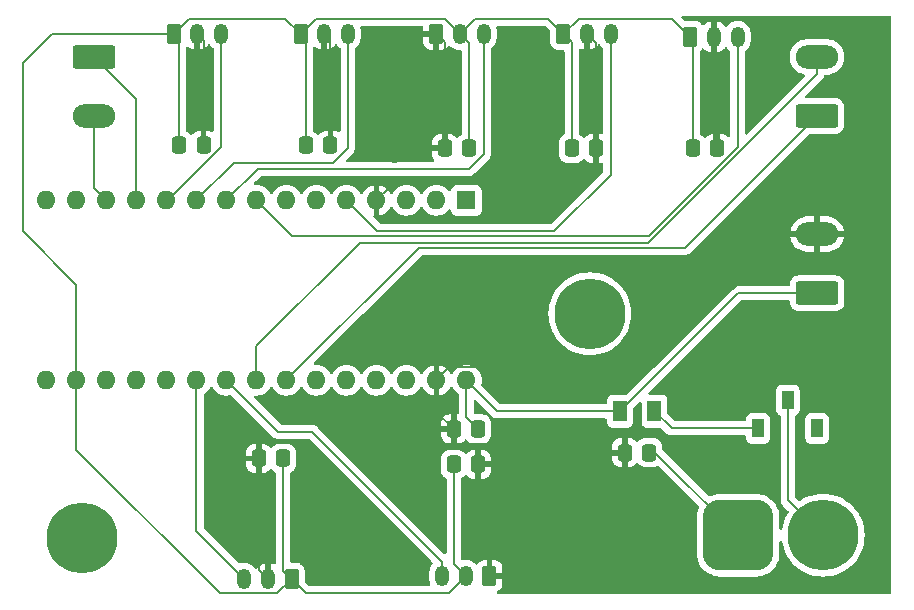
<source format=gtl>
%TF.GenerationSoftware,KiCad,Pcbnew,8.0.1*%
%TF.CreationDate,2024-07-20T14:45:51-04:00*%
%TF.ProjectId,musubwi,6d757375-6277-4692-9e6b-696361645f70,rev?*%
%TF.SameCoordinates,Original*%
%TF.FileFunction,Copper,L1,Top*%
%TF.FilePolarity,Positive*%
%FSLAX46Y46*%
G04 Gerber Fmt 4.6, Leading zero omitted, Abs format (unit mm)*
G04 Created by KiCad (PCBNEW 8.0.1) date 2024-07-20 14:45:51*
%MOMM*%
%LPD*%
G01*
G04 APERTURE LIST*
G04 Aperture macros list*
%AMRoundRect*
0 Rectangle with rounded corners*
0 $1 Rounding radius*
0 $2 $3 $4 $5 $6 $7 $8 $9 X,Y pos of 4 corners*
0 Add a 4 corners polygon primitive as box body*
4,1,4,$2,$3,$4,$5,$6,$7,$8,$9,$2,$3,0*
0 Add four circle primitives for the rounded corners*
1,1,$1+$1,$2,$3*
1,1,$1+$1,$4,$5*
1,1,$1+$1,$6,$7*
1,1,$1+$1,$8,$9*
0 Add four rect primitives between the rounded corners*
20,1,$1+$1,$2,$3,$4,$5,0*
20,1,$1+$1,$4,$5,$6,$7,0*
20,1,$1+$1,$6,$7,$8,$9,0*
20,1,$1+$1,$8,$9,$2,$3,0*%
G04 Aperture macros list end*
%TA.AperFunction,ComponentPad*%
%ADD10C,6.000000*%
%TD*%
%TA.AperFunction,SMDPad,CuDef*%
%ADD11RoundRect,0.250000X0.337500X0.475000X-0.337500X0.475000X-0.337500X-0.475000X0.337500X-0.475000X0*%
%TD*%
%TA.AperFunction,ComponentPad*%
%ADD12O,1.600000X1.600000*%
%TD*%
%TA.AperFunction,ComponentPad*%
%ADD13R,1.600000X1.600000*%
%TD*%
%TA.AperFunction,ComponentPad*%
%ADD14O,1.200000X1.750000*%
%TD*%
%TA.AperFunction,ComponentPad*%
%ADD15RoundRect,0.250000X-0.350000X-0.625000X0.350000X-0.625000X0.350000X0.625000X-0.350000X0.625000X0*%
%TD*%
%TA.AperFunction,SMDPad,CuDef*%
%ADD16R,1.000000X1.600000*%
%TD*%
%TA.AperFunction,SMDPad,CuDef*%
%ADD17RoundRect,0.250000X-0.337500X-0.475000X0.337500X-0.475000X0.337500X0.475000X-0.337500X0.475000X0*%
%TD*%
%TA.AperFunction,ComponentPad*%
%ADD18RoundRect,1.500000X-1.500000X-1.500000X1.500000X-1.500000X1.500000X1.500000X-1.500000X1.500000X0*%
%TD*%
%TA.AperFunction,ComponentPad*%
%ADD19O,3.600000X2.000000*%
%TD*%
%TA.AperFunction,ComponentPad*%
%ADD20RoundRect,0.250000X1.550000X-0.750000X1.550000X0.750000X-1.550000X0.750000X-1.550000X-0.750000X0*%
%TD*%
%TA.AperFunction,ComponentPad*%
%ADD21RoundRect,0.250000X0.350000X0.625000X-0.350000X0.625000X-0.350000X-0.625000X0.350000X-0.625000X0*%
%TD*%
%TA.AperFunction,ComponentPad*%
%ADD22RoundRect,0.250000X-1.550000X0.750000X-1.550000X-0.750000X1.550000X-0.750000X1.550000X0.750000X0*%
%TD*%
%TA.AperFunction,SMDPad,CuDef*%
%ADD23R,1.170000X1.800000*%
%TD*%
%TA.AperFunction,ViaPad*%
%ADD24C,0.600000*%
%TD*%
%TA.AperFunction,Conductor*%
%ADD25C,0.200000*%
%TD*%
G04 APERTURE END LIST*
D10*
%TO.P,REF\u002A\u002A,1*%
%TO.N,N/C*%
X213500000Y-86500000D03*
%TD*%
%TO.P,REF\u002A\u002A,1*%
%TO.N,N/C*%
X170500000Y-105500000D03*
%TD*%
D11*
%TO.P,C7,2*%
%TO.N,GND*%
X185462500Y-98750000D03*
%TO.P,C7,1*%
%TO.N,+3.3V*%
X187537500Y-98750000D03*
%TD*%
D12*
%TO.P,A1,30,VIN*%
%TO.N,+12V*%
X203050000Y-92130000D03*
%TO.P,A1,29,GND*%
%TO.N,GND*%
X200510000Y-92130000D03*
%TO.P,A1,28,~{RESET}*%
%TO.N,unconnected-(A1-~{RESET}-Pad28)*%
X197970000Y-92130000D03*
%TO.P,A1,27,+5V*%
%TO.N,+5V*%
X195430000Y-92130000D03*
%TO.P,A1,26,A7*%
%TO.N,unconnected-(A1-A7-Pad26)*%
X192890000Y-92130000D03*
%TO.P,A1,25,A6*%
%TO.N,unconnected-(A1-A6-Pad25)*%
X190350000Y-92130000D03*
%TO.P,A1,24,SCL/A5*%
%TO.N,Right_MD1*%
X187810000Y-92130000D03*
%TO.P,A1,23,SDA/A4*%
%TO.N,Right_MD2*%
X185270000Y-92130000D03*
%TO.P,A1,22,A3*%
%TO.N,Line_Back*%
X182730000Y-92130000D03*
%TO.P,A1,21,A2*%
%TO.N,Start_Mod*%
X180190000Y-92130000D03*
%TO.P,A1,20,A1*%
%TO.N,unconnected-(A1-A1-Pad20)*%
X177650000Y-92130000D03*
%TO.P,A1,19,A0*%
%TO.N,unconnected-(A1-A0-Pad19)*%
X175110000Y-92130000D03*
%TO.P,A1,18,AREF*%
%TO.N,unconnected-(A1-AREF-Pad18)*%
X172570000Y-92130000D03*
%TO.P,A1,17,3V3*%
%TO.N,+3.3V*%
X170030000Y-92130000D03*
%TO.P,A1,16,SCK*%
%TO.N,unconnected-(A1-SCK-Pad16)*%
X167490000Y-92130000D03*
%TO.P,A1,15,MISO*%
%TO.N,unconnected-(A1-MISO-Pad15)*%
X167490000Y-76890000D03*
%TO.P,A1,14,MOSI*%
%TO.N,unconnected-(A1-MOSI-Pad14)*%
X170030000Y-76890000D03*
%TO.P,A1,13,D10*%
%TO.N,Left_MD2*%
X172570000Y-76890000D03*
%TO.P,A1,12,D9*%
%TO.N,Left_MD1*%
X175110000Y-76890000D03*
%TO.P,A1,11,D8*%
%TO.N,DS_Left*%
X177650000Y-76890000D03*
%TO.P,A1,10,D7*%
%TO.N,DS_FrontLeft*%
X180190000Y-76890000D03*
%TO.P,A1,9,D6*%
%TO.N,Line_Front*%
X182730000Y-76890000D03*
%TO.P,A1,8,D5*%
%TO.N,DS_Right*%
X185270000Y-76890000D03*
%TO.P,A1,7,D4*%
%TO.N,unconnected-(A1-D4-Pad7)*%
X187810000Y-76890000D03*
%TO.P,A1,6,D3*%
%TO.N,unconnected-(A1-D3-Pad6)*%
X190350000Y-76890000D03*
%TO.P,A1,5,D2*%
%TO.N,DS_FrontRight*%
X192890000Y-76890000D03*
%TO.P,A1,4,GND*%
%TO.N,GND*%
X195430000Y-76890000D03*
%TO.P,A1,3,~{RESET}*%
%TO.N,unconnected-(A1-~{RESET}-Pad3)*%
X197970000Y-76890000D03*
%TO.P,A1,2,RX1*%
%TO.N,unconnected-(A1-RX1-Pad2)*%
X200510000Y-76890000D03*
D13*
%TO.P,A1,1,TX1*%
%TO.N,unconnected-(A1-TX1-Pad1)*%
X203050000Y-76890000D03*
%TD*%
D14*
%TO.P,J4,3,Pin_3*%
%TO.N,DS_FrontRight*%
X215250000Y-62800000D03*
%TO.P,J4,2,Pin_2*%
%TO.N,GND*%
X213250000Y-62800000D03*
D15*
%TO.P,J4,1,Pin_1*%
%TO.N,+3.3V*%
X211250000Y-62800000D03*
%TD*%
D16*
%TO.P,SW1,3*%
%TO.N,N/C*%
X232750000Y-96200000D03*
%TO.P,SW1,2,B*%
%TO.N,Net-(J8-Pin_2)*%
X230250000Y-93800000D03*
%TO.P,SW1,1,A*%
%TO.N,Net-(SW1-A)*%
X227750000Y-96200000D03*
%TD*%
D17*
%TO.P,C8,2*%
%TO.N,+12V*%
X204037500Y-96250000D03*
%TO.P,C8,1*%
%TO.N,GND*%
X201962500Y-96250000D03*
%TD*%
D14*
%TO.P,J1,3,Pin_3*%
%TO.N,DS_Left*%
X182250000Y-62800000D03*
%TO.P,J1,2,Pin_2*%
%TO.N,GND*%
X180250000Y-62800000D03*
D15*
%TO.P,J1,1,Pin_1*%
%TO.N,+3.3V*%
X178250000Y-62800000D03*
%TD*%
D10*
%TO.P,J8,2,Pin_2*%
%TO.N,Net-(J8-Pin_2)*%
X233250000Y-105250000D03*
D18*
%TO.P,J8,1,Pin_1*%
%TO.N,Net-(J8-Pin_1)*%
X226050000Y-105250000D03*
%TD*%
D11*
%TO.P,C9,2*%
%TO.N,GND*%
X216462500Y-98250000D03*
%TO.P,C9,1*%
%TO.N,Net-(J8-Pin_1)*%
X218537500Y-98250000D03*
%TD*%
D19*
%TO.P,J11,2,Pin_2*%
%TO.N,GND*%
X232750000Y-79750000D03*
D20*
%TO.P,J11,1,Pin_1*%
%TO.N,+12V*%
X232750000Y-84750000D03*
%TD*%
D14*
%TO.P,J6,3,Pin_3*%
%TO.N,Line_Back*%
X201000000Y-108700000D03*
%TO.P,J6,2,Pin_2*%
%TO.N,+3.3V*%
X203000000Y-108700000D03*
D21*
%TO.P,J6,1,Pin_1*%
%TO.N,GND*%
X205000000Y-108700000D03*
%TD*%
D19*
%TO.P,J10,2,Pin_2*%
%TO.N,Left_MD2*%
X171527500Y-69750000D03*
D22*
%TO.P,J10,1,Pin_1*%
%TO.N,Left_MD1*%
X171527500Y-64750000D03*
%TD*%
D14*
%TO.P,J5,3,Pin_3*%
%TO.N,Line_Front*%
X204500000Y-62800000D03*
%TO.P,J5,2,Pin_2*%
%TO.N,+3.3V*%
X202500000Y-62800000D03*
D15*
%TO.P,J5,1,Pin_1*%
%TO.N,GND*%
X200500000Y-62800000D03*
%TD*%
D17*
%TO.P,C2,2*%
%TO.N,GND*%
X180787500Y-72250000D03*
%TO.P,C2,1*%
%TO.N,+3.3V*%
X178712500Y-72250000D03*
%TD*%
D14*
%TO.P,J7,3,Pin_3*%
%TO.N,Start_Mod*%
X184250000Y-108950000D03*
%TO.P,J7,2,Pin_2*%
%TO.N,GND*%
X186250000Y-108950000D03*
D21*
%TO.P,J7,1,Pin_1*%
%TO.N,+3.3V*%
X188250000Y-108950000D03*
%TD*%
D17*
%TO.P,C3,2*%
%TO.N,GND*%
X191537500Y-72250000D03*
%TO.P,C3,1*%
%TO.N,+3.3V*%
X189462500Y-72250000D03*
%TD*%
D23*
%TO.P,F1,2*%
%TO.N,Net-(SW1-A)*%
X218970000Y-94750000D03*
%TO.P,F1,1*%
%TO.N,+12V*%
X216030000Y-94750000D03*
%TD*%
D17*
%TO.P,C5,2*%
%TO.N,+3.3V*%
X203287500Y-72500000D03*
%TO.P,C5,1*%
%TO.N,GND*%
X201212500Y-72500000D03*
%TD*%
%TO.P,C1,2*%
%TO.N,GND*%
X224287500Y-72500000D03*
%TO.P,C1,1*%
%TO.N,+3.3V*%
X222212500Y-72500000D03*
%TD*%
D14*
%TO.P,J2,3,Pin_3*%
%TO.N,DS_Right*%
X226000000Y-63050000D03*
%TO.P,J2,2,Pin_2*%
%TO.N,GND*%
X224000000Y-63050000D03*
D15*
%TO.P,J2,1,Pin_1*%
%TO.N,+3.3V*%
X222000000Y-63050000D03*
%TD*%
D19*
%TO.P,J9,2,Pin_2*%
%TO.N,Right_MD2*%
X232722500Y-64750000D03*
D20*
%TO.P,J9,1,Pin_1*%
%TO.N,Right_MD1*%
X232722500Y-69750000D03*
%TD*%
D17*
%TO.P,C4,2*%
%TO.N,GND*%
X214037500Y-72500000D03*
%TO.P,C4,1*%
%TO.N,+3.3V*%
X211962500Y-72500000D03*
%TD*%
D11*
%TO.P,C6,2*%
%TO.N,+3.3V*%
X201962500Y-99250000D03*
%TO.P,C6,1*%
%TO.N,GND*%
X204037500Y-99250000D03*
%TD*%
D14*
%TO.P,J3,3,Pin_3*%
%TO.N,DS_FrontLeft*%
X193000000Y-62800000D03*
%TO.P,J3,2,Pin_2*%
%TO.N,GND*%
X191000000Y-62800000D03*
D15*
%TO.P,J3,1,Pin_1*%
%TO.N,+3.3V*%
X189000000Y-62800000D03*
%TD*%
D24*
%TO.N,GND*%
X196500000Y-75250000D03*
X197000000Y-73500000D03*
%TD*%
D25*
%TO.N,GND*%
X201610000Y-91030000D02*
X218970000Y-91030000D01*
X191537500Y-72250000D02*
X191537500Y-63337500D01*
X224000000Y-63050000D02*
X224000000Y-72212500D01*
X218970000Y-91030000D02*
X230250000Y-79750000D01*
X198500000Y-72500000D02*
X201212500Y-72500000D01*
X185462500Y-98750000D02*
X185462500Y-108162500D01*
X180787500Y-72250000D02*
X180787500Y-63337500D01*
X201212500Y-72500000D02*
X201212500Y-63512500D01*
X205000000Y-108700000D02*
X205000000Y-102287500D01*
X214037500Y-72500000D02*
X214037500Y-63587500D01*
X191537500Y-63337500D02*
X191000000Y-62800000D01*
X200510000Y-92130000D02*
X200510000Y-94797500D01*
X180787500Y-63337500D02*
X180250000Y-62800000D01*
X200510000Y-94797500D02*
X201962500Y-96250000D01*
X204037500Y-101325000D02*
X204037500Y-99250000D01*
X197000000Y-73500000D02*
X197500000Y-73500000D01*
X196500000Y-75820000D02*
X196500000Y-75250000D01*
X185462500Y-108162500D02*
X186250000Y-108950000D01*
X205000000Y-102287500D02*
X204037500Y-101325000D01*
X230250000Y-79750000D02*
X232750000Y-79750000D01*
X197500000Y-73500000D02*
X198500000Y-72500000D01*
X200510000Y-92130000D02*
X201610000Y-91030000D01*
X214037500Y-63587500D02*
X213250000Y-62800000D01*
X224000000Y-72212500D02*
X224287500Y-72500000D01*
X201212500Y-63512500D02*
X200500000Y-62800000D01*
X195430000Y-76890000D02*
X196500000Y-75820000D01*
%TO.N,+3.3V*%
X165500000Y-79500000D02*
X165500000Y-65250000D01*
X189462500Y-72250000D02*
X189462500Y-63262500D01*
X165500000Y-65250000D02*
X167950000Y-62800000D01*
X220450000Y-61500000D02*
X222000000Y-63050000D01*
X211962500Y-63512500D02*
X211250000Y-62800000D01*
X189000000Y-62800000D02*
X190300000Y-61500000D01*
X190300000Y-61500000D02*
X201200000Y-61500000D01*
X222212500Y-72500000D02*
X222212500Y-63262500D01*
X178712500Y-72250000D02*
X178712500Y-63262500D01*
X202500000Y-62800000D02*
X203800000Y-61500000D01*
X187537500Y-108237500D02*
X188250000Y-108950000D01*
X170030000Y-98030000D02*
X182150000Y-110150000D01*
X212550000Y-61500000D02*
X220450000Y-61500000D01*
X201550000Y-110150000D02*
X203000000Y-108700000D01*
X179550000Y-61500000D02*
X187700000Y-61500000D01*
X203800000Y-61500000D02*
X209950000Y-61500000D01*
X211250000Y-62800000D02*
X212550000Y-61500000D01*
X178250000Y-62800000D02*
X179550000Y-61500000D01*
X211962500Y-72500000D02*
X211962500Y-63512500D01*
X178712500Y-63262500D02*
X178250000Y-62800000D01*
X203287500Y-63587500D02*
X202500000Y-62800000D01*
X182150000Y-110150000D02*
X187050000Y-110150000D01*
X187537500Y-98750000D02*
X187537500Y-108237500D01*
X187700000Y-61500000D02*
X189000000Y-62800000D01*
X170030000Y-84030000D02*
X165500000Y-79500000D01*
X167950000Y-62800000D02*
X178250000Y-62800000D01*
X189462500Y-63262500D02*
X189000000Y-62800000D01*
X222212500Y-63262500D02*
X222000000Y-63050000D01*
X201200000Y-61500000D02*
X202500000Y-62800000D01*
X201962500Y-99250000D02*
X201962500Y-107662500D01*
X170030000Y-92130000D02*
X170030000Y-98030000D01*
X203287500Y-72500000D02*
X203287500Y-63587500D01*
X201962500Y-107662500D02*
X203000000Y-108700000D01*
X188250000Y-108950000D02*
X189450000Y-110150000D01*
X187050000Y-110150000D02*
X188250000Y-108950000D01*
X170030000Y-92130000D02*
X170030000Y-84030000D01*
X209950000Y-61500000D02*
X211250000Y-62800000D01*
X189450000Y-110150000D02*
X201550000Y-110150000D01*
%TO.N,+12V*%
X226030000Y-84750000D02*
X216030000Y-94750000D01*
X216030000Y-94750000D02*
X205670000Y-94750000D01*
X203050000Y-95262500D02*
X204037500Y-96250000D01*
X203050000Y-92130000D02*
X203050000Y-95262500D01*
X205670000Y-94750000D02*
X203050000Y-92130000D01*
X232750000Y-84750000D02*
X226030000Y-84750000D01*
%TO.N,DS_Right*%
X188280000Y-79900000D02*
X185270000Y-76890000D01*
X226000000Y-72384744D02*
X218484744Y-79900000D01*
X218484744Y-79900000D02*
X188280000Y-79900000D01*
X226000000Y-63050000D02*
X226000000Y-72384744D01*
%TO.N,Right_MD1*%
X199040000Y-80900000D02*
X221572500Y-80900000D01*
X187810000Y-92130000D02*
X199040000Y-80900000D01*
X221572500Y-80900000D02*
X232722500Y-69750000D01*
%TO.N,DS_Left*%
X182250000Y-72384744D02*
X177744744Y-76890000D01*
X182250000Y-62800000D02*
X182250000Y-72384744D01*
X177744744Y-76890000D02*
X177650000Y-76890000D01*
%TO.N,DS_FrontRight*%
X215250000Y-62800000D02*
X215250000Y-74750000D01*
X215250000Y-74750000D02*
X210500000Y-79500000D01*
X195500000Y-79500000D02*
X192890000Y-76890000D01*
X210500000Y-79500000D02*
X195500000Y-79500000D01*
%TO.N,Line_Front*%
X185370000Y-74250000D02*
X182730000Y-76890000D01*
X204500000Y-62800000D02*
X204500000Y-73000000D01*
X204500000Y-73000000D02*
X203250000Y-74250000D01*
X203250000Y-74250000D02*
X185370000Y-74250000D01*
%TO.N,DS_FrontLeft*%
X183330000Y-73750000D02*
X180190000Y-76890000D01*
X191750000Y-73750000D02*
X183330000Y-73750000D01*
X193000000Y-72500000D02*
X191750000Y-73750000D01*
X193000000Y-62800000D02*
X193000000Y-72500000D01*
%TO.N,Left_MD1*%
X175110000Y-68332500D02*
X175110000Y-76890000D01*
X171527500Y-64750000D02*
X175110000Y-68332500D01*
%TO.N,Right_MD2*%
X185270000Y-89230000D02*
X185270000Y-92130000D01*
X232722500Y-66227930D02*
X218450430Y-80500000D01*
X232722500Y-64750000D02*
X232722500Y-66227930D01*
X218450430Y-80500000D02*
X194000000Y-80500000D01*
X194000000Y-80500000D02*
X185270000Y-89230000D01*
%TO.N,Start_Mod*%
X180190000Y-104890000D02*
X184250000Y-108950000D01*
X180190000Y-92130000D02*
X180190000Y-104890000D01*
%TO.N,Line_Back*%
X201000000Y-107500000D02*
X201000000Y-108700000D01*
X190000000Y-96500000D02*
X201000000Y-107500000D01*
X187100000Y-96500000D02*
X190000000Y-96500000D01*
X182730000Y-92130000D02*
X187100000Y-96500000D01*
%TO.N,Left_MD2*%
X171527500Y-75847500D02*
X172570000Y-76890000D01*
X171527500Y-69750000D02*
X171527500Y-75847500D01*
%TO.N,Net-(J8-Pin_1)*%
X219050000Y-98250000D02*
X226050000Y-105250000D01*
X218537500Y-98250000D02*
X219050000Y-98250000D01*
%TO.N,Net-(SW1-A)*%
X227750000Y-96200000D02*
X220420000Y-96200000D01*
X220420000Y-96200000D02*
X218970000Y-94750000D01*
%TO.N,Net-(J8-Pin_2)*%
X230250000Y-102250000D02*
X230250000Y-93800000D01*
X233250000Y-105250000D02*
X230250000Y-102250000D01*
%TD*%
%TA.AperFunction,Conductor*%
%TO.N,GND*%
G36*
X238942539Y-61270185D02*
G01*
X238988294Y-61322989D01*
X238999500Y-61374500D01*
X238999500Y-110125500D01*
X238979815Y-110192539D01*
X238927011Y-110238294D01*
X238875500Y-110249500D01*
X205712844Y-110249500D01*
X205645805Y-110229815D01*
X205600050Y-110177011D01*
X205590106Y-110107853D01*
X205619131Y-110044297D01*
X205663610Y-110014621D01*
X205662579Y-110012408D01*
X205669124Y-110009356D01*
X205818345Y-109917315D01*
X205942315Y-109793345D01*
X206034356Y-109644124D01*
X206034358Y-109644119D01*
X206089505Y-109477697D01*
X206089506Y-109477690D01*
X206099999Y-109374986D01*
X206100000Y-109374973D01*
X206100000Y-108950000D01*
X205280330Y-108950000D01*
X205300075Y-108930255D01*
X205349444Y-108844745D01*
X205375000Y-108749370D01*
X205375000Y-108650630D01*
X205349444Y-108555255D01*
X205300075Y-108469745D01*
X205280330Y-108450000D01*
X206099999Y-108450000D01*
X206099999Y-108025028D01*
X206099998Y-108025013D01*
X206089505Y-107922302D01*
X206034358Y-107755880D01*
X206034356Y-107755875D01*
X205942315Y-107606654D01*
X205818345Y-107482684D01*
X205669124Y-107390643D01*
X205669119Y-107390641D01*
X205502697Y-107335494D01*
X205502690Y-107335493D01*
X205399986Y-107325000D01*
X205250000Y-107325000D01*
X205250000Y-108419670D01*
X205230255Y-108399925D01*
X205144745Y-108350556D01*
X205049370Y-108325000D01*
X204950630Y-108325000D01*
X204855255Y-108350556D01*
X204769745Y-108399925D01*
X204750000Y-108419670D01*
X204750000Y-107325000D01*
X204600027Y-107325000D01*
X204600012Y-107325001D01*
X204497302Y-107335494D01*
X204330880Y-107390641D01*
X204330875Y-107390643D01*
X204181654Y-107482684D01*
X204057684Y-107606654D01*
X204018053Y-107670907D01*
X203966105Y-107717631D01*
X203897142Y-107728853D01*
X203833060Y-107701010D01*
X203824833Y-107693491D01*
X203716930Y-107585588D01*
X203716928Y-107585586D01*
X203576788Y-107483768D01*
X203422445Y-107405127D01*
X203257701Y-107351598D01*
X203257699Y-107351597D01*
X203257698Y-107351597D01*
X203126271Y-107330781D01*
X203086611Y-107324500D01*
X202913389Y-107324500D01*
X202881192Y-107329599D01*
X202742301Y-107351597D01*
X202742296Y-107351598D01*
X202725314Y-107357116D01*
X202655473Y-107359109D01*
X202595641Y-107323027D01*
X202564815Y-107260325D01*
X202563000Y-107239184D01*
X202563000Y-100513767D01*
X202582685Y-100446728D01*
X202621901Y-100408230D01*
X202768656Y-100317712D01*
X202892712Y-100193656D01*
X202894752Y-100190347D01*
X202896745Y-100188555D01*
X202897193Y-100187989D01*
X202897289Y-100188065D01*
X202946694Y-100143623D01*
X203015656Y-100132395D01*
X203079740Y-100160234D01*
X203105829Y-100190339D01*
X203107681Y-100193341D01*
X203107683Y-100193344D01*
X203231654Y-100317315D01*
X203380875Y-100409356D01*
X203380880Y-100409358D01*
X203547302Y-100464505D01*
X203547309Y-100464506D01*
X203650019Y-100474999D01*
X203787499Y-100474999D01*
X203787500Y-100474998D01*
X203787500Y-99500000D01*
X204287500Y-99500000D01*
X204287500Y-100474999D01*
X204424972Y-100474999D01*
X204424986Y-100474998D01*
X204527697Y-100464505D01*
X204694119Y-100409358D01*
X204694124Y-100409356D01*
X204843345Y-100317315D01*
X204967315Y-100193345D01*
X205059356Y-100044124D01*
X205059358Y-100044119D01*
X205114505Y-99877697D01*
X205114506Y-99877690D01*
X205124999Y-99774986D01*
X205125000Y-99774973D01*
X205125000Y-99500000D01*
X204287500Y-99500000D01*
X203787500Y-99500000D01*
X203787500Y-98025000D01*
X204287500Y-98025000D01*
X204287500Y-99000000D01*
X205124999Y-99000000D01*
X205124999Y-98725028D01*
X205124998Y-98725013D01*
X205114505Y-98622302D01*
X205073978Y-98500000D01*
X215375001Y-98500000D01*
X215375001Y-98774986D01*
X215385494Y-98877697D01*
X215440641Y-99044119D01*
X215440643Y-99044124D01*
X215532684Y-99193345D01*
X215656654Y-99317315D01*
X215805875Y-99409356D01*
X215805880Y-99409358D01*
X215972302Y-99464505D01*
X215972309Y-99464506D01*
X216075019Y-99474999D01*
X216212499Y-99474999D01*
X216712500Y-99474999D01*
X216849972Y-99474999D01*
X216849986Y-99474998D01*
X216952697Y-99464505D01*
X217119119Y-99409358D01*
X217119124Y-99409356D01*
X217268345Y-99317315D01*
X217392318Y-99193342D01*
X217394165Y-99190348D01*
X217395969Y-99188724D01*
X217396798Y-99187677D01*
X217396976Y-99187818D01*
X217446110Y-99143621D01*
X217515073Y-99132396D01*
X217579156Y-99160236D01*
X217605243Y-99190341D01*
X217607288Y-99193656D01*
X217731344Y-99317712D01*
X217880666Y-99409814D01*
X218047203Y-99464999D01*
X218149991Y-99475500D01*
X218925008Y-99475499D01*
X218925016Y-99475498D01*
X218925019Y-99475498D01*
X218981302Y-99469748D01*
X219027797Y-99464999D01*
X219194334Y-99409814D01*
X219213708Y-99397863D01*
X219281099Y-99379423D01*
X219347763Y-99400345D01*
X219366486Y-99415721D01*
X222710137Y-102759372D01*
X222743622Y-102820695D01*
X222738638Y-102890387D01*
X222731291Y-102906475D01*
X222725635Y-102916833D01*
X222625628Y-103184962D01*
X222564804Y-103464566D01*
X222549500Y-103678549D01*
X222549500Y-106821450D01*
X222564804Y-107035433D01*
X222625628Y-107315037D01*
X222625630Y-107315043D01*
X222625631Y-107315046D01*
X222717130Y-107560364D01*
X222725635Y-107583166D01*
X222862770Y-107834309D01*
X222862775Y-107834317D01*
X223034254Y-108063387D01*
X223034270Y-108063405D01*
X223236594Y-108265729D01*
X223236612Y-108265745D01*
X223465682Y-108437224D01*
X223465690Y-108437229D01*
X223716833Y-108574364D01*
X223716832Y-108574364D01*
X223716836Y-108574365D01*
X223716839Y-108574367D01*
X223984954Y-108674369D01*
X223984960Y-108674370D01*
X223984962Y-108674371D01*
X224264566Y-108735195D01*
X224264568Y-108735195D01*
X224264572Y-108735196D01*
X224478552Y-108750500D01*
X227621448Y-108750500D01*
X227835428Y-108735196D01*
X227906456Y-108719745D01*
X228115037Y-108674371D01*
X228115037Y-108674370D01*
X228115046Y-108674369D01*
X228383161Y-108574367D01*
X228634315Y-108437226D01*
X228863395Y-108265739D01*
X229065739Y-108063395D01*
X229237226Y-107834315D01*
X229374367Y-107583161D01*
X229474369Y-107315046D01*
X229535196Y-107035428D01*
X229550500Y-106821448D01*
X229550500Y-105844629D01*
X229570185Y-105777590D01*
X229622989Y-105731835D01*
X229692147Y-105721891D01*
X229755703Y-105750916D01*
X229793477Y-105809694D01*
X229796973Y-105825231D01*
X229821294Y-105978788D01*
X229821294Y-105978790D01*
X229916260Y-106333206D01*
X230047746Y-106675739D01*
X230214320Y-107002656D01*
X230414147Y-107310364D01*
X230425594Y-107324500D01*
X230645051Y-107595506D01*
X230904494Y-107854949D01*
X230906217Y-107856344D01*
X231189635Y-108085852D01*
X231480896Y-108274998D01*
X231497348Y-108285682D01*
X231824264Y-108452255D01*
X232166801Y-108583742D01*
X232521206Y-108678705D01*
X232883596Y-108736102D01*
X233229734Y-108754241D01*
X233249999Y-108755304D01*
X233250000Y-108755304D01*
X233250001Y-108755304D01*
X233269203Y-108754297D01*
X233616404Y-108736102D01*
X233978794Y-108678705D01*
X234333199Y-108583742D01*
X234675736Y-108452255D01*
X235002652Y-108285682D01*
X235310366Y-108085851D01*
X235595506Y-107854949D01*
X235854949Y-107595506D01*
X236085851Y-107310366D01*
X236285682Y-107002652D01*
X236452255Y-106675736D01*
X236583742Y-106333199D01*
X236678705Y-105978794D01*
X236736102Y-105616404D01*
X236755304Y-105250000D01*
X236736102Y-104883596D01*
X236678705Y-104521206D01*
X236583742Y-104166801D01*
X236452255Y-103824264D01*
X236285682Y-103497348D01*
X236248203Y-103439635D01*
X236085852Y-103189635D01*
X235854952Y-102904498D01*
X235854949Y-102904494D01*
X235595506Y-102645051D01*
X235415766Y-102499500D01*
X235310364Y-102414147D01*
X235002656Y-102214320D01*
X234675739Y-102047746D01*
X234333206Y-101916260D01*
X234310355Y-101910137D01*
X233978794Y-101821295D01*
X233978790Y-101821294D01*
X233978789Y-101821294D01*
X233616405Y-101763898D01*
X233250001Y-101744696D01*
X233249999Y-101744696D01*
X232883594Y-101763898D01*
X232521211Y-101821294D01*
X232521209Y-101821294D01*
X232166793Y-101916260D01*
X231824260Y-102047746D01*
X231497343Y-102214320D01*
X231318560Y-102330423D01*
X231251615Y-102350427D01*
X231184483Y-102331061D01*
X231163344Y-102314109D01*
X230886819Y-102037583D01*
X230853334Y-101976260D01*
X230850500Y-101949902D01*
X230850500Y-97047870D01*
X231749500Y-97047870D01*
X231749501Y-97047876D01*
X231755908Y-97107483D01*
X231806202Y-97242328D01*
X231806206Y-97242335D01*
X231892452Y-97357544D01*
X231892455Y-97357547D01*
X232007664Y-97443793D01*
X232007671Y-97443797D01*
X232142517Y-97494091D01*
X232142516Y-97494091D01*
X232149444Y-97494835D01*
X232202127Y-97500500D01*
X233297872Y-97500499D01*
X233357483Y-97494091D01*
X233492331Y-97443796D01*
X233607546Y-97357546D01*
X233693796Y-97242331D01*
X233744091Y-97107483D01*
X233750500Y-97047873D01*
X233750499Y-95352128D01*
X233744091Y-95292517D01*
X233702978Y-95182288D01*
X233693797Y-95157671D01*
X233693793Y-95157664D01*
X233607547Y-95042455D01*
X233607544Y-95042452D01*
X233492335Y-94956206D01*
X233492328Y-94956202D01*
X233357482Y-94905908D01*
X233357483Y-94905908D01*
X233297883Y-94899501D01*
X233297881Y-94899500D01*
X233297873Y-94899500D01*
X233297864Y-94899500D01*
X232202129Y-94899500D01*
X232202123Y-94899501D01*
X232142516Y-94905908D01*
X232007671Y-94956202D01*
X232007664Y-94956206D01*
X231892455Y-95042452D01*
X231892452Y-95042455D01*
X231806206Y-95157664D01*
X231806202Y-95157671D01*
X231755908Y-95292517D01*
X231750636Y-95341557D01*
X231749501Y-95352123D01*
X231749500Y-95352135D01*
X231749500Y-97047870D01*
X230850500Y-97047870D01*
X230850500Y-95182790D01*
X230870185Y-95115751D01*
X230922989Y-95069996D01*
X230931146Y-95066616D01*
X230992331Y-95043796D01*
X231107546Y-94957546D01*
X231193796Y-94842331D01*
X231244091Y-94707483D01*
X231250500Y-94647873D01*
X231250499Y-92952128D01*
X231244091Y-92892517D01*
X231203145Y-92782736D01*
X231193797Y-92757671D01*
X231193793Y-92757664D01*
X231107547Y-92642455D01*
X231107544Y-92642452D01*
X230992335Y-92556206D01*
X230992328Y-92556202D01*
X230857482Y-92505908D01*
X230857483Y-92505908D01*
X230797883Y-92499501D01*
X230797881Y-92499500D01*
X230797873Y-92499500D01*
X230797864Y-92499500D01*
X229702129Y-92499500D01*
X229702123Y-92499501D01*
X229642516Y-92505908D01*
X229507671Y-92556202D01*
X229507664Y-92556206D01*
X229392455Y-92642452D01*
X229392452Y-92642455D01*
X229306206Y-92757664D01*
X229306202Y-92757671D01*
X229255908Y-92892517D01*
X229249501Y-92952116D01*
X229249501Y-92952123D01*
X229249500Y-92952135D01*
X229249500Y-94647870D01*
X229249501Y-94647876D01*
X229255908Y-94707483D01*
X229306202Y-94842328D01*
X229306206Y-94842335D01*
X229392452Y-94957544D01*
X229392455Y-94957547D01*
X229507664Y-95043793D01*
X229507669Y-95043796D01*
X229568833Y-95066608D01*
X229624766Y-95108478D01*
X229649184Y-95173942D01*
X229649500Y-95182790D01*
X229649500Y-102163330D01*
X229649499Y-102163348D01*
X229649499Y-102329054D01*
X229649498Y-102329054D01*
X229685743Y-102464318D01*
X229690423Y-102481785D01*
X229700651Y-102499500D01*
X229769477Y-102618712D01*
X229769481Y-102618717D01*
X229888349Y-102737585D01*
X229888355Y-102737590D01*
X230314109Y-103163344D01*
X230347594Y-103224667D01*
X230342610Y-103294359D01*
X230330423Y-103318560D01*
X230214320Y-103497343D01*
X230047746Y-103824260D01*
X229916260Y-104166793D01*
X229821294Y-104521209D01*
X229821294Y-104521211D01*
X229796973Y-104674768D01*
X229767044Y-104737903D01*
X229707732Y-104774834D01*
X229637870Y-104773836D01*
X229579637Y-104735226D01*
X229551523Y-104671262D01*
X229550500Y-104655370D01*
X229550500Y-103678552D01*
X229535196Y-103464572D01*
X229529771Y-103439635D01*
X229474371Y-103184962D01*
X229474370Y-103184960D01*
X229474369Y-103184954D01*
X229374367Y-102916839D01*
X229367628Y-102904498D01*
X229237229Y-102665690D01*
X229237224Y-102665682D01*
X229065745Y-102436612D01*
X229065729Y-102436594D01*
X228863405Y-102234270D01*
X228863387Y-102234254D01*
X228634317Y-102062775D01*
X228634309Y-102062770D01*
X228383166Y-101925635D01*
X228383167Y-101925635D01*
X228275915Y-101885632D01*
X228115046Y-101825631D01*
X228115043Y-101825630D01*
X228115037Y-101825628D01*
X227835433Y-101764804D01*
X227621450Y-101749500D01*
X227621448Y-101749500D01*
X224478552Y-101749500D01*
X224478549Y-101749500D01*
X224264566Y-101764804D01*
X223984962Y-101825628D01*
X223716833Y-101925635D01*
X223706475Y-101931291D01*
X223638201Y-101946140D01*
X223572738Y-101921719D01*
X223559372Y-101910137D01*
X219661818Y-98012583D01*
X219628333Y-97951260D01*
X219625499Y-97924902D01*
X219625499Y-97724998D01*
X219625498Y-97724981D01*
X219614999Y-97622203D01*
X219614998Y-97622200D01*
X219604390Y-97590187D01*
X219559814Y-97455666D01*
X219467712Y-97306344D01*
X219343656Y-97182288D01*
X219222377Y-97107483D01*
X219194336Y-97090187D01*
X219194331Y-97090185D01*
X219192862Y-97089698D01*
X219027797Y-97035001D01*
X219027795Y-97035000D01*
X218925010Y-97024500D01*
X218149998Y-97024500D01*
X218149980Y-97024501D01*
X218047203Y-97035000D01*
X218047200Y-97035001D01*
X217880668Y-97090185D01*
X217880663Y-97090187D01*
X217731342Y-97182289D01*
X217607288Y-97306343D01*
X217607283Y-97306349D01*
X217605241Y-97309661D01*
X217603247Y-97311453D01*
X217602807Y-97312011D01*
X217602711Y-97311935D01*
X217553291Y-97356383D01*
X217484328Y-97367602D01*
X217420247Y-97339755D01*
X217394168Y-97309656D01*
X217392319Y-97306659D01*
X217392316Y-97306655D01*
X217268345Y-97182684D01*
X217119124Y-97090643D01*
X217119119Y-97090641D01*
X216952697Y-97035494D01*
X216952690Y-97035493D01*
X216849986Y-97025000D01*
X216712500Y-97025000D01*
X216712500Y-99474999D01*
X216212499Y-99474999D01*
X216212500Y-99474998D01*
X216212500Y-98500000D01*
X215375001Y-98500000D01*
X205073978Y-98500000D01*
X205059358Y-98455880D01*
X205059356Y-98455875D01*
X204967315Y-98306654D01*
X204843345Y-98182684D01*
X204694124Y-98090643D01*
X204694119Y-98090641D01*
X204527697Y-98035494D01*
X204527690Y-98035493D01*
X204424986Y-98025000D01*
X204287500Y-98025000D01*
X203787500Y-98025000D01*
X203650027Y-98025000D01*
X203650012Y-98025001D01*
X203547302Y-98035494D01*
X203380880Y-98090641D01*
X203380875Y-98090643D01*
X203231654Y-98182684D01*
X203107683Y-98306655D01*
X203107679Y-98306660D01*
X203105826Y-98309665D01*
X203104018Y-98311290D01*
X203103202Y-98312323D01*
X203103025Y-98312183D01*
X203053874Y-98356385D01*
X202984911Y-98367601D01*
X202920831Y-98339752D01*
X202894753Y-98309653D01*
X202894737Y-98309628D01*
X202892712Y-98306344D01*
X202768656Y-98182288D01*
X202619334Y-98090186D01*
X202452797Y-98035001D01*
X202452795Y-98035000D01*
X202350010Y-98024500D01*
X201574998Y-98024500D01*
X201574980Y-98024501D01*
X201472203Y-98035000D01*
X201472200Y-98035001D01*
X201305668Y-98090185D01*
X201305663Y-98090187D01*
X201156342Y-98182289D01*
X201032289Y-98306342D01*
X200940187Y-98455663D01*
X200940185Y-98455668D01*
X200940115Y-98455880D01*
X200885001Y-98622203D01*
X200885001Y-98622204D01*
X200885000Y-98622204D01*
X200874500Y-98724983D01*
X200874500Y-99775001D01*
X200874501Y-99775019D01*
X200885000Y-99877796D01*
X200885001Y-99877799D01*
X200930057Y-100013767D01*
X200940186Y-100044334D01*
X201032288Y-100193656D01*
X201156344Y-100317712D01*
X201303097Y-100408229D01*
X201349821Y-100460175D01*
X201362000Y-100513767D01*
X201362000Y-106713403D01*
X201342315Y-106780442D01*
X201289511Y-106826197D01*
X201220353Y-106836141D01*
X201156797Y-106807116D01*
X201150319Y-106801084D01*
X192349235Y-98000000D01*
X215375000Y-98000000D01*
X216212500Y-98000000D01*
X216212500Y-97025000D01*
X216075027Y-97025000D01*
X216075012Y-97025001D01*
X215972302Y-97035494D01*
X215805880Y-97090641D01*
X215805875Y-97090643D01*
X215656654Y-97182684D01*
X215532684Y-97306654D01*
X215440643Y-97455875D01*
X215440641Y-97455880D01*
X215385494Y-97622302D01*
X215385493Y-97622309D01*
X215375000Y-97725013D01*
X215375000Y-98000000D01*
X192349235Y-98000000D01*
X190849235Y-96500000D01*
X200875001Y-96500000D01*
X200875001Y-96774986D01*
X200885494Y-96877697D01*
X200940641Y-97044119D01*
X200940643Y-97044124D01*
X201032684Y-97193345D01*
X201156654Y-97317315D01*
X201305875Y-97409356D01*
X201305880Y-97409358D01*
X201472302Y-97464505D01*
X201472309Y-97464506D01*
X201575019Y-97474999D01*
X201712499Y-97474999D01*
X201712500Y-97474998D01*
X201712500Y-96500000D01*
X200875001Y-96500000D01*
X190849235Y-96500000D01*
X190487590Y-96138355D01*
X190487588Y-96138352D01*
X190368717Y-96019481D01*
X190368716Y-96019480D01*
X190334975Y-96000000D01*
X200875000Y-96000000D01*
X201712500Y-96000000D01*
X201712500Y-95025000D01*
X201575027Y-95025000D01*
X201575012Y-95025001D01*
X201472302Y-95035494D01*
X201305880Y-95090641D01*
X201305875Y-95090643D01*
X201156654Y-95182684D01*
X201032684Y-95306654D01*
X200940643Y-95455875D01*
X200940641Y-95455880D01*
X200885494Y-95622302D01*
X200885493Y-95622309D01*
X200875000Y-95725013D01*
X200875000Y-96000000D01*
X190334975Y-96000000D01*
X190279923Y-95968216D01*
X190279922Y-95968215D01*
X190231783Y-95940422D01*
X190175881Y-95925443D01*
X190079057Y-95899499D01*
X189920943Y-95899499D01*
X189913347Y-95899499D01*
X189913331Y-95899500D01*
X187400097Y-95899500D01*
X187333058Y-95879815D01*
X187312416Y-95863181D01*
X185088663Y-93639428D01*
X185055178Y-93578105D01*
X185060162Y-93508413D01*
X185102034Y-93452480D01*
X185167498Y-93428063D01*
X185187142Y-93428218D01*
X185270000Y-93435468D01*
X185270002Y-93435468D01*
X185326673Y-93430509D01*
X185496692Y-93415635D01*
X185716496Y-93356739D01*
X185922734Y-93260568D01*
X186109139Y-93130047D01*
X186270047Y-92969139D01*
X186400568Y-92782734D01*
X186427618Y-92724724D01*
X186473790Y-92672285D01*
X186540983Y-92653133D01*
X186607865Y-92673348D01*
X186652382Y-92724725D01*
X186679429Y-92782728D01*
X186679432Y-92782734D01*
X186809954Y-92969141D01*
X186970858Y-93130045D01*
X186970861Y-93130047D01*
X187157266Y-93260568D01*
X187363504Y-93356739D01*
X187363509Y-93356740D01*
X187363511Y-93356741D01*
X187381989Y-93361692D01*
X187583308Y-93415635D01*
X187725361Y-93428063D01*
X187809998Y-93435468D01*
X187810000Y-93435468D01*
X187810002Y-93435468D01*
X187866673Y-93430509D01*
X188036692Y-93415635D01*
X188256496Y-93356739D01*
X188462734Y-93260568D01*
X188649139Y-93130047D01*
X188810047Y-92969139D01*
X188940568Y-92782734D01*
X188967618Y-92724724D01*
X189013790Y-92672285D01*
X189080983Y-92653133D01*
X189147865Y-92673348D01*
X189192382Y-92724725D01*
X189219429Y-92782728D01*
X189219432Y-92782734D01*
X189349954Y-92969141D01*
X189510858Y-93130045D01*
X189510861Y-93130047D01*
X189697266Y-93260568D01*
X189903504Y-93356739D01*
X189903509Y-93356740D01*
X189903511Y-93356741D01*
X189921989Y-93361692D01*
X190123308Y-93415635D01*
X190265361Y-93428063D01*
X190349998Y-93435468D01*
X190350000Y-93435468D01*
X190350002Y-93435468D01*
X190406673Y-93430509D01*
X190576692Y-93415635D01*
X190796496Y-93356739D01*
X191002734Y-93260568D01*
X191189139Y-93130047D01*
X191350047Y-92969139D01*
X191480568Y-92782734D01*
X191507618Y-92724724D01*
X191553790Y-92672285D01*
X191620983Y-92653133D01*
X191687865Y-92673348D01*
X191732382Y-92724725D01*
X191759429Y-92782728D01*
X191759432Y-92782734D01*
X191889954Y-92969141D01*
X192050858Y-93130045D01*
X192050861Y-93130047D01*
X192237266Y-93260568D01*
X192443504Y-93356739D01*
X192443509Y-93356740D01*
X192443511Y-93356741D01*
X192461989Y-93361692D01*
X192663308Y-93415635D01*
X192805361Y-93428063D01*
X192889998Y-93435468D01*
X192890000Y-93435468D01*
X192890002Y-93435468D01*
X192946673Y-93430509D01*
X193116692Y-93415635D01*
X193336496Y-93356739D01*
X193542734Y-93260568D01*
X193729139Y-93130047D01*
X193890047Y-92969139D01*
X194020568Y-92782734D01*
X194047618Y-92724724D01*
X194093790Y-92672285D01*
X194160983Y-92653133D01*
X194227865Y-92673348D01*
X194272382Y-92724725D01*
X194299429Y-92782728D01*
X194299432Y-92782734D01*
X194429954Y-92969141D01*
X194590858Y-93130045D01*
X194590861Y-93130047D01*
X194777266Y-93260568D01*
X194983504Y-93356739D01*
X194983509Y-93356740D01*
X194983511Y-93356741D01*
X195001989Y-93361692D01*
X195203308Y-93415635D01*
X195345361Y-93428063D01*
X195429998Y-93435468D01*
X195430000Y-93435468D01*
X195430002Y-93435468D01*
X195486673Y-93430509D01*
X195656692Y-93415635D01*
X195876496Y-93356739D01*
X196082734Y-93260568D01*
X196269139Y-93130047D01*
X196430047Y-92969139D01*
X196560568Y-92782734D01*
X196587618Y-92724724D01*
X196633790Y-92672285D01*
X196700983Y-92653133D01*
X196767865Y-92673348D01*
X196812382Y-92724725D01*
X196839429Y-92782728D01*
X196839432Y-92782734D01*
X196969954Y-92969141D01*
X197130858Y-93130045D01*
X197130861Y-93130047D01*
X197317266Y-93260568D01*
X197523504Y-93356739D01*
X197523509Y-93356740D01*
X197523511Y-93356741D01*
X197541989Y-93361692D01*
X197743308Y-93415635D01*
X197885361Y-93428063D01*
X197969998Y-93435468D01*
X197970000Y-93435468D01*
X197970002Y-93435468D01*
X198026673Y-93430509D01*
X198196692Y-93415635D01*
X198416496Y-93356739D01*
X198622734Y-93260568D01*
X198809139Y-93130047D01*
X198970047Y-92969139D01*
X199100568Y-92782734D01*
X199127895Y-92724129D01*
X199174064Y-92671695D01*
X199241257Y-92652542D01*
X199308139Y-92672757D01*
X199352657Y-92724133D01*
X199379865Y-92782482D01*
X199510342Y-92968820D01*
X199671179Y-93129657D01*
X199857517Y-93260134D01*
X200063673Y-93356265D01*
X200063682Y-93356269D01*
X200259999Y-93408872D01*
X200260000Y-93408871D01*
X200260000Y-92563012D01*
X200317007Y-92595925D01*
X200444174Y-92630000D01*
X200575826Y-92630000D01*
X200702993Y-92595925D01*
X200760000Y-92563012D01*
X200760000Y-93408872D01*
X200956317Y-93356269D01*
X200956326Y-93356265D01*
X201162482Y-93260134D01*
X201348820Y-93129657D01*
X201509657Y-92968820D01*
X201640132Y-92782484D01*
X201667341Y-92724134D01*
X201713513Y-92671695D01*
X201780707Y-92652542D01*
X201847588Y-92672757D01*
X201892106Y-92724133D01*
X201919431Y-92782732D01*
X201919432Y-92782734D01*
X202049954Y-92969141D01*
X202210858Y-93130045D01*
X202210861Y-93130047D01*
X202396624Y-93260118D01*
X202440248Y-93314693D01*
X202449500Y-93361692D01*
X202449500Y-94901000D01*
X202429815Y-94968039D01*
X202377011Y-95013794D01*
X202325500Y-95025000D01*
X202212500Y-95025000D01*
X202212500Y-97474999D01*
X202349972Y-97474999D01*
X202349986Y-97474998D01*
X202452697Y-97464505D01*
X202619119Y-97409358D01*
X202619124Y-97409356D01*
X202768345Y-97317315D01*
X202892318Y-97193342D01*
X202894165Y-97190348D01*
X202895969Y-97188724D01*
X202896798Y-97187677D01*
X202896976Y-97187818D01*
X202946110Y-97143621D01*
X203015073Y-97132396D01*
X203079156Y-97160236D01*
X203105243Y-97190341D01*
X203107288Y-97193656D01*
X203231344Y-97317712D01*
X203380666Y-97409814D01*
X203547203Y-97464999D01*
X203649991Y-97475500D01*
X204425008Y-97475499D01*
X204425016Y-97475498D01*
X204425019Y-97475498D01*
X204481302Y-97469748D01*
X204527797Y-97464999D01*
X204694334Y-97409814D01*
X204843656Y-97317712D01*
X204967712Y-97193656D01*
X205059814Y-97044334D01*
X205114999Y-96877797D01*
X205125500Y-96775009D01*
X205125499Y-95724992D01*
X205122728Y-95697870D01*
X205114999Y-95622203D01*
X205114998Y-95622200D01*
X205066386Y-95475500D01*
X205059814Y-95455666D01*
X204967712Y-95306344D01*
X204843656Y-95182288D01*
X204694334Y-95090186D01*
X204527797Y-95035001D01*
X204527795Y-95035000D01*
X204425016Y-95024500D01*
X204425009Y-95024500D01*
X203774500Y-95024500D01*
X203707461Y-95004815D01*
X203661706Y-94952011D01*
X203650500Y-94900500D01*
X203650500Y-93879097D01*
X203670185Y-93812058D01*
X203722989Y-93766303D01*
X203792147Y-93756359D01*
X203855703Y-93785384D01*
X203862179Y-93791414D01*
X205301284Y-95230520D01*
X205301286Y-95230521D01*
X205301290Y-95230524D01*
X205408665Y-95292516D01*
X205438216Y-95309577D01*
X205590943Y-95350501D01*
X205590945Y-95350501D01*
X205756654Y-95350501D01*
X205756670Y-95350500D01*
X214820501Y-95350500D01*
X214887540Y-95370185D01*
X214933295Y-95422989D01*
X214944501Y-95474500D01*
X214944501Y-95697876D01*
X214950908Y-95757483D01*
X215001202Y-95892328D01*
X215001206Y-95892335D01*
X215087452Y-96007544D01*
X215087455Y-96007547D01*
X215202664Y-96093793D01*
X215202671Y-96093797D01*
X215337517Y-96144091D01*
X215337516Y-96144091D01*
X215344444Y-96144835D01*
X215397127Y-96150500D01*
X216662872Y-96150499D01*
X216722483Y-96144091D01*
X216857331Y-96093796D01*
X216972546Y-96007546D01*
X217058796Y-95892331D01*
X217109091Y-95757483D01*
X217115500Y-95697873D01*
X217115499Y-94565095D01*
X217135184Y-94498057D01*
X217151813Y-94477420D01*
X217672821Y-93956412D01*
X217734142Y-93922929D01*
X217803834Y-93927913D01*
X217859767Y-93969785D01*
X217884184Y-94035249D01*
X217884500Y-94044095D01*
X217884500Y-95697870D01*
X217884501Y-95697876D01*
X217890908Y-95757483D01*
X217941202Y-95892328D01*
X217941206Y-95892335D01*
X218027452Y-96007544D01*
X218027455Y-96007547D01*
X218142664Y-96093793D01*
X218142671Y-96093797D01*
X218277517Y-96144091D01*
X218277516Y-96144091D01*
X218284444Y-96144835D01*
X218337127Y-96150500D01*
X219469901Y-96150499D01*
X219536940Y-96170184D01*
X219557582Y-96186818D01*
X220051284Y-96680520D01*
X220051286Y-96680521D01*
X220051290Y-96680524D01*
X220188209Y-96759573D01*
X220188216Y-96759577D01*
X220340943Y-96800501D01*
X220340945Y-96800501D01*
X220506654Y-96800501D01*
X220506670Y-96800500D01*
X226625501Y-96800500D01*
X226692540Y-96820185D01*
X226738295Y-96872989D01*
X226749501Y-96924500D01*
X226749501Y-97047876D01*
X226755908Y-97107483D01*
X226806202Y-97242328D01*
X226806206Y-97242335D01*
X226892452Y-97357544D01*
X226892455Y-97357547D01*
X227007664Y-97443793D01*
X227007671Y-97443797D01*
X227142517Y-97494091D01*
X227142516Y-97494091D01*
X227149444Y-97494835D01*
X227202127Y-97500500D01*
X228297872Y-97500499D01*
X228357483Y-97494091D01*
X228492331Y-97443796D01*
X228607546Y-97357546D01*
X228693796Y-97242331D01*
X228744091Y-97107483D01*
X228750500Y-97047873D01*
X228750499Y-95352128D01*
X228744091Y-95292517D01*
X228702978Y-95182288D01*
X228693797Y-95157671D01*
X228693793Y-95157664D01*
X228607547Y-95042455D01*
X228607544Y-95042452D01*
X228492335Y-94956206D01*
X228492328Y-94956202D01*
X228357482Y-94905908D01*
X228357483Y-94905908D01*
X228297883Y-94899501D01*
X228297881Y-94899500D01*
X228297873Y-94899500D01*
X228297864Y-94899500D01*
X227202129Y-94899500D01*
X227202123Y-94899501D01*
X227142516Y-94905908D01*
X227007671Y-94956202D01*
X227007664Y-94956206D01*
X226892455Y-95042452D01*
X226892452Y-95042455D01*
X226806206Y-95157664D01*
X226806202Y-95157671D01*
X226755908Y-95292517D01*
X226750636Y-95341557D01*
X226749501Y-95352123D01*
X226749500Y-95352135D01*
X226749500Y-95475500D01*
X226729815Y-95542539D01*
X226677011Y-95588294D01*
X226625500Y-95599500D01*
X220720098Y-95599500D01*
X220653059Y-95579815D01*
X220632417Y-95563181D01*
X220091818Y-95022582D01*
X220058333Y-94961259D01*
X220055499Y-94934901D01*
X220055499Y-93802129D01*
X220055498Y-93802123D01*
X220055497Y-93802116D01*
X220049091Y-93742517D01*
X220010641Y-93639428D01*
X219998797Y-93607671D01*
X219998793Y-93607664D01*
X219912547Y-93492455D01*
X219912544Y-93492452D01*
X219797335Y-93406206D01*
X219797328Y-93406202D01*
X219662482Y-93355908D01*
X219662483Y-93355908D01*
X219602883Y-93349501D01*
X219602881Y-93349500D01*
X219602873Y-93349500D01*
X219602865Y-93349500D01*
X218579095Y-93349500D01*
X218512056Y-93329815D01*
X218466301Y-93277011D01*
X218456357Y-93207853D01*
X218485382Y-93144297D01*
X218491399Y-93137834D01*
X226242417Y-85386819D01*
X226303740Y-85353334D01*
X226330098Y-85350500D01*
X230325501Y-85350500D01*
X230392540Y-85370185D01*
X230438295Y-85422989D01*
X230449501Y-85474500D01*
X230449501Y-85550018D01*
X230460000Y-85652796D01*
X230460001Y-85652799D01*
X230515185Y-85819331D01*
X230515186Y-85819334D01*
X230607288Y-85968656D01*
X230731344Y-86092712D01*
X230880666Y-86184814D01*
X231047203Y-86239999D01*
X231149991Y-86250500D01*
X234350008Y-86250499D01*
X234452797Y-86239999D01*
X234619334Y-86184814D01*
X234768656Y-86092712D01*
X234892712Y-85968656D01*
X234984814Y-85819334D01*
X235039999Y-85652797D01*
X235050500Y-85550009D01*
X235050499Y-83949992D01*
X235039999Y-83847203D01*
X234984814Y-83680666D01*
X234892712Y-83531344D01*
X234768656Y-83407288D01*
X234619334Y-83315186D01*
X234452797Y-83260001D01*
X234452795Y-83260000D01*
X234350010Y-83249500D01*
X231149998Y-83249500D01*
X231149981Y-83249501D01*
X231047203Y-83260000D01*
X231047200Y-83260001D01*
X230880668Y-83315185D01*
X230880663Y-83315187D01*
X230731342Y-83407289D01*
X230607289Y-83531342D01*
X230515187Y-83680663D01*
X230515186Y-83680666D01*
X230460001Y-83847203D01*
X230460001Y-83847204D01*
X230460000Y-83847204D01*
X230449500Y-83949983D01*
X230449500Y-84025500D01*
X230429815Y-84092539D01*
X230377011Y-84138294D01*
X230325500Y-84149500D01*
X226116670Y-84149500D01*
X226116654Y-84149499D01*
X226109058Y-84149499D01*
X225950943Y-84149499D01*
X225874579Y-84169961D01*
X225798214Y-84190423D01*
X225798209Y-84190426D01*
X225661290Y-84269475D01*
X225661282Y-84269481D01*
X216617582Y-93313181D01*
X216556259Y-93346666D01*
X216529901Y-93349500D01*
X215397129Y-93349500D01*
X215397123Y-93349501D01*
X215337516Y-93355908D01*
X215202671Y-93406202D01*
X215202664Y-93406206D01*
X215087455Y-93492452D01*
X215087452Y-93492455D01*
X215001206Y-93607664D01*
X215001202Y-93607671D01*
X214950908Y-93742517D01*
X214944501Y-93802116D01*
X214944501Y-93802123D01*
X214944500Y-93802135D01*
X214944500Y-94025500D01*
X214924815Y-94092539D01*
X214872011Y-94138294D01*
X214820500Y-94149500D01*
X205970098Y-94149500D01*
X205903059Y-94129815D01*
X205882417Y-94113181D01*
X205115902Y-93346666D01*
X204341940Y-92572705D01*
X204308456Y-92511383D01*
X204309847Y-92452931D01*
X204314114Y-92437007D01*
X204335635Y-92356692D01*
X204355468Y-92130000D01*
X204335635Y-91903308D01*
X204276739Y-91683504D01*
X204180568Y-91477266D01*
X204050047Y-91290861D01*
X204050045Y-91290858D01*
X203889141Y-91129954D01*
X203702734Y-90999432D01*
X203702732Y-90999431D01*
X203496497Y-90903261D01*
X203496488Y-90903258D01*
X203276697Y-90844366D01*
X203276693Y-90844365D01*
X203276692Y-90844365D01*
X203276691Y-90844364D01*
X203276686Y-90844364D01*
X203050002Y-90824532D01*
X203049998Y-90824532D01*
X202823313Y-90844364D01*
X202823302Y-90844366D01*
X202603511Y-90903258D01*
X202603502Y-90903261D01*
X202397267Y-90999431D01*
X202397265Y-90999432D01*
X202210858Y-91129954D01*
X202049954Y-91290858D01*
X201919433Y-91477264D01*
X201919432Y-91477266D01*
X201919315Y-91477518D01*
X201892106Y-91535867D01*
X201845933Y-91588306D01*
X201778739Y-91607457D01*
X201711858Y-91587241D01*
X201667342Y-91535865D01*
X201640135Y-91477520D01*
X201640134Y-91477518D01*
X201509657Y-91291179D01*
X201348820Y-91130342D01*
X201162482Y-90999865D01*
X200956328Y-90903734D01*
X200760000Y-90851127D01*
X200760000Y-91696988D01*
X200702993Y-91664075D01*
X200575826Y-91630000D01*
X200444174Y-91630000D01*
X200317007Y-91664075D01*
X200260000Y-91696988D01*
X200260000Y-90851127D01*
X200063671Y-90903734D01*
X199857517Y-90999865D01*
X199671179Y-91130342D01*
X199510342Y-91291179D01*
X199379867Y-91477515D01*
X199352657Y-91535867D01*
X199306484Y-91588306D01*
X199239290Y-91607457D01*
X199172409Y-91587241D01*
X199127893Y-91535865D01*
X199100685Y-91477518D01*
X199100568Y-91477266D01*
X198970047Y-91290861D01*
X198970045Y-91290858D01*
X198809141Y-91129954D01*
X198622734Y-90999432D01*
X198622732Y-90999431D01*
X198416497Y-90903261D01*
X198416488Y-90903258D01*
X198196697Y-90844366D01*
X198196693Y-90844365D01*
X198196692Y-90844365D01*
X198196691Y-90844364D01*
X198196686Y-90844364D01*
X197970002Y-90824532D01*
X197969998Y-90824532D01*
X197743313Y-90844364D01*
X197743302Y-90844366D01*
X197523511Y-90903258D01*
X197523502Y-90903261D01*
X197317267Y-90999431D01*
X197317265Y-90999432D01*
X197130858Y-91129954D01*
X196969954Y-91290858D01*
X196839432Y-91477265D01*
X196839431Y-91477267D01*
X196812382Y-91535275D01*
X196766209Y-91587714D01*
X196699016Y-91606866D01*
X196632135Y-91586650D01*
X196587618Y-91535275D01*
X196560686Y-91477520D01*
X196560568Y-91477266D01*
X196430047Y-91290861D01*
X196430045Y-91290858D01*
X196269141Y-91129954D01*
X196082734Y-90999432D01*
X196082732Y-90999431D01*
X195876497Y-90903261D01*
X195876488Y-90903258D01*
X195656697Y-90844366D01*
X195656693Y-90844365D01*
X195656692Y-90844365D01*
X195656691Y-90844364D01*
X195656686Y-90844364D01*
X195430002Y-90824532D01*
X195429998Y-90824532D01*
X195203313Y-90844364D01*
X195203302Y-90844366D01*
X194983511Y-90903258D01*
X194983502Y-90903261D01*
X194777267Y-90999431D01*
X194777265Y-90999432D01*
X194590858Y-91129954D01*
X194429954Y-91290858D01*
X194299432Y-91477265D01*
X194299431Y-91477267D01*
X194272382Y-91535275D01*
X194226209Y-91587714D01*
X194159016Y-91606866D01*
X194092135Y-91586650D01*
X194047618Y-91535275D01*
X194020686Y-91477520D01*
X194020568Y-91477266D01*
X193890047Y-91290861D01*
X193890045Y-91290858D01*
X193729141Y-91129954D01*
X193542734Y-90999432D01*
X193542732Y-90999431D01*
X193336497Y-90903261D01*
X193336488Y-90903258D01*
X193116697Y-90844366D01*
X193116693Y-90844365D01*
X193116692Y-90844365D01*
X193116691Y-90844364D01*
X193116686Y-90844364D01*
X192890002Y-90824532D01*
X192889998Y-90824532D01*
X192663313Y-90844364D01*
X192663302Y-90844366D01*
X192443511Y-90903258D01*
X192443502Y-90903261D01*
X192237267Y-90999431D01*
X192237265Y-90999432D01*
X192050858Y-91129954D01*
X191889954Y-91290858D01*
X191759432Y-91477265D01*
X191759431Y-91477267D01*
X191732382Y-91535275D01*
X191686209Y-91587714D01*
X191619016Y-91606866D01*
X191552135Y-91586650D01*
X191507618Y-91535275D01*
X191480686Y-91477520D01*
X191480568Y-91477266D01*
X191350047Y-91290861D01*
X191350045Y-91290858D01*
X191189141Y-91129954D01*
X191002734Y-90999432D01*
X191002732Y-90999431D01*
X190796497Y-90903261D01*
X190796488Y-90903258D01*
X190576697Y-90844366D01*
X190576693Y-90844365D01*
X190576692Y-90844365D01*
X190576691Y-90844364D01*
X190576686Y-90844364D01*
X190350002Y-90824532D01*
X190349998Y-90824532D01*
X190267150Y-90831780D01*
X190198650Y-90818013D01*
X190148467Y-90769398D01*
X190132534Y-90701369D01*
X190155910Y-90635526D01*
X190168656Y-90620578D01*
X194289234Y-86500000D01*
X209994696Y-86500000D01*
X210013898Y-86866405D01*
X210071294Y-87228788D01*
X210071294Y-87228790D01*
X210166260Y-87583206D01*
X210297746Y-87925739D01*
X210464320Y-88252656D01*
X210664147Y-88560364D01*
X210664149Y-88560366D01*
X210895051Y-88845506D01*
X211154494Y-89104949D01*
X211154498Y-89104952D01*
X211439635Y-89335852D01*
X211747343Y-89535679D01*
X211747348Y-89535682D01*
X212074264Y-89702255D01*
X212416801Y-89833742D01*
X212771206Y-89928705D01*
X213133596Y-89986102D01*
X213479734Y-90004241D01*
X213499999Y-90005304D01*
X213500000Y-90005304D01*
X213500001Y-90005304D01*
X213519203Y-90004297D01*
X213866404Y-89986102D01*
X214228794Y-89928705D01*
X214583199Y-89833742D01*
X214925736Y-89702255D01*
X215252652Y-89535682D01*
X215560366Y-89335851D01*
X215845506Y-89104949D01*
X216104949Y-88845506D01*
X216335851Y-88560366D01*
X216535682Y-88252652D01*
X216702255Y-87925736D01*
X216833742Y-87583199D01*
X216928705Y-87228794D01*
X216986102Y-86866404D01*
X217005304Y-86500000D01*
X216986102Y-86133596D01*
X216928705Y-85771206D01*
X216833742Y-85416801D01*
X216702255Y-85074264D01*
X216535682Y-84747348D01*
X216335851Y-84439634D01*
X216104949Y-84154494D01*
X215845506Y-83895051D01*
X215725916Y-83798209D01*
X215560364Y-83664147D01*
X215252656Y-83464320D01*
X214925739Y-83297746D01*
X214583206Y-83166260D01*
X214583199Y-83166258D01*
X214228794Y-83071295D01*
X214228790Y-83071294D01*
X214228789Y-83071294D01*
X213866405Y-83013898D01*
X213500001Y-82994696D01*
X213499999Y-82994696D01*
X213133594Y-83013898D01*
X212771211Y-83071294D01*
X212771209Y-83071294D01*
X212416793Y-83166260D01*
X212074260Y-83297746D01*
X211747343Y-83464320D01*
X211439635Y-83664147D01*
X211154498Y-83895047D01*
X211154490Y-83895054D01*
X210895054Y-84154490D01*
X210895047Y-84154498D01*
X210664147Y-84439635D01*
X210464320Y-84747343D01*
X210297746Y-85074260D01*
X210166260Y-85416793D01*
X210071294Y-85771209D01*
X210071294Y-85771211D01*
X210013898Y-86133594D01*
X209994696Y-86499999D01*
X209994696Y-86500000D01*
X194289234Y-86500000D01*
X199252416Y-81536819D01*
X199313739Y-81503334D01*
X199340097Y-81500500D01*
X221485831Y-81500500D01*
X221485847Y-81500501D01*
X221493443Y-81500501D01*
X221651554Y-81500501D01*
X221651557Y-81500501D01*
X221804285Y-81459577D01*
X221854404Y-81430639D01*
X221941216Y-81380520D01*
X222053020Y-81268716D01*
X222053020Y-81268714D01*
X222063228Y-81258507D01*
X222063230Y-81258504D01*
X223321734Y-80000000D01*
X230470898Y-80000000D01*
X230486934Y-80101247D01*
X230559897Y-80325802D01*
X230667085Y-80536171D01*
X230805866Y-80727186D01*
X230972813Y-80894133D01*
X231163828Y-81032914D01*
X231374197Y-81140102D01*
X231598752Y-81213065D01*
X231598751Y-81213065D01*
X231831948Y-81250000D01*
X232500000Y-81250000D01*
X232500000Y-80404120D01*
X232545818Y-80423099D01*
X232681056Y-80450000D01*
X232818944Y-80450000D01*
X232954182Y-80423099D01*
X233000000Y-80404120D01*
X233000000Y-81250000D01*
X233668052Y-81250000D01*
X233901247Y-81213065D01*
X234125802Y-81140102D01*
X234336171Y-81032914D01*
X234527186Y-80894133D01*
X234694133Y-80727186D01*
X234832914Y-80536171D01*
X234940102Y-80325802D01*
X235013065Y-80101247D01*
X235029102Y-80000000D01*
X233404121Y-80000000D01*
X233423099Y-79954182D01*
X233450000Y-79818944D01*
X233450000Y-79681056D01*
X233423099Y-79545818D01*
X233404121Y-79500000D01*
X235029102Y-79500000D01*
X235013065Y-79398752D01*
X234940102Y-79174197D01*
X234832914Y-78963828D01*
X234694133Y-78772813D01*
X234527186Y-78605866D01*
X234336171Y-78467085D01*
X234125802Y-78359897D01*
X233901247Y-78286934D01*
X233901248Y-78286934D01*
X233668052Y-78250000D01*
X233000000Y-78250000D01*
X233000000Y-79095879D01*
X232954182Y-79076901D01*
X232818944Y-79050000D01*
X232681056Y-79050000D01*
X232545818Y-79076901D01*
X232500000Y-79095879D01*
X232500000Y-78250000D01*
X231831948Y-78250000D01*
X231598752Y-78286934D01*
X231374197Y-78359897D01*
X231163828Y-78467085D01*
X230972813Y-78605866D01*
X230805866Y-78772813D01*
X230667085Y-78963828D01*
X230559897Y-79174197D01*
X230486934Y-79398752D01*
X230470898Y-79500000D01*
X232095879Y-79500000D01*
X232076901Y-79545818D01*
X232050000Y-79681056D01*
X232050000Y-79818944D01*
X232076901Y-79954182D01*
X232095879Y-80000000D01*
X230470898Y-80000000D01*
X223321734Y-80000000D01*
X232034916Y-71286818D01*
X232096239Y-71253333D01*
X232122597Y-71250499D01*
X234322502Y-71250499D01*
X234322508Y-71250499D01*
X234425297Y-71239999D01*
X234591834Y-71184814D01*
X234741156Y-71092712D01*
X234865212Y-70968656D01*
X234957314Y-70819334D01*
X235012499Y-70652797D01*
X235023000Y-70550009D01*
X235022999Y-68949992D01*
X235012499Y-68847203D01*
X234957314Y-68680666D01*
X234865212Y-68531344D01*
X234741156Y-68407288D01*
X234591834Y-68315186D01*
X234425297Y-68260001D01*
X234425295Y-68260000D01*
X234322516Y-68249500D01*
X234322509Y-68249500D01*
X231849526Y-68249500D01*
X231782487Y-68229815D01*
X231736732Y-68177011D01*
X231726788Y-68107853D01*
X231755813Y-68044297D01*
X231761845Y-68037819D01*
X231952025Y-67847639D01*
X233091213Y-66708451D01*
X233091216Y-66708450D01*
X233203020Y-66596646D01*
X233253139Y-66509834D01*
X233282077Y-66459715D01*
X233313510Y-66342404D01*
X233349875Y-66282746D01*
X233412723Y-66252217D01*
X233433285Y-66250500D01*
X233640597Y-66250500D01*
X233873868Y-66213553D01*
X233873874Y-66213551D01*
X234098492Y-66140568D01*
X234308933Y-66033343D01*
X234500010Y-65894517D01*
X234667017Y-65727510D01*
X234805843Y-65536433D01*
X234913068Y-65325992D01*
X234986053Y-65101368D01*
X235023000Y-64868097D01*
X235023000Y-64631902D01*
X234986053Y-64398631D01*
X234933551Y-64237049D01*
X234913068Y-64174008D01*
X234913066Y-64174005D01*
X234913066Y-64174003D01*
X234832677Y-64016232D01*
X234805843Y-63963567D01*
X234667017Y-63772490D01*
X234500010Y-63605483D01*
X234308933Y-63466657D01*
X234243747Y-63433443D01*
X234098496Y-63359433D01*
X233873868Y-63286446D01*
X233640597Y-63249500D01*
X233640592Y-63249500D01*
X231804408Y-63249500D01*
X231804403Y-63249500D01*
X231571131Y-63286446D01*
X231346503Y-63359433D01*
X231136066Y-63466657D01*
X231093688Y-63497447D01*
X230944990Y-63605483D01*
X230944988Y-63605485D01*
X230944987Y-63605485D01*
X230777985Y-63772487D01*
X230777985Y-63772488D01*
X230777983Y-63772490D01*
X230737801Y-63827796D01*
X230639157Y-63963566D01*
X230531933Y-64174003D01*
X230458946Y-64398631D01*
X230422000Y-64631902D01*
X230422000Y-64868097D01*
X230458946Y-65101368D01*
X230531933Y-65325996D01*
X230601443Y-65462416D01*
X230639157Y-65536433D01*
X230777983Y-65727510D01*
X230944990Y-65894517D01*
X231136067Y-66033343D01*
X231235491Y-66084002D01*
X231346503Y-66140566D01*
X231346505Y-66140566D01*
X231346508Y-66140568D01*
X231571132Y-66213553D01*
X231603999Y-66218758D01*
X231667132Y-66248686D01*
X231704064Y-66307996D01*
X231703068Y-66377859D01*
X231672282Y-66428912D01*
X226812181Y-71289014D01*
X226750858Y-71322499D01*
X226681166Y-71317515D01*
X226625233Y-71275643D01*
X226600816Y-71210179D01*
X226600500Y-71201333D01*
X226600500Y-64312184D01*
X226620185Y-64245145D01*
X226651609Y-64211870D01*
X226716928Y-64164414D01*
X226839414Y-64041928D01*
X226941232Y-63901788D01*
X227019873Y-63747445D01*
X227073402Y-63582701D01*
X227100500Y-63411611D01*
X227100500Y-62688389D01*
X227073402Y-62517299D01*
X227019873Y-62352555D01*
X226941232Y-62198212D01*
X226839414Y-62058072D01*
X226716928Y-61935586D01*
X226576788Y-61833768D01*
X226422445Y-61755127D01*
X226257701Y-61701598D01*
X226257699Y-61701597D01*
X226257698Y-61701597D01*
X226122688Y-61680214D01*
X226086611Y-61674500D01*
X225913389Y-61674500D01*
X225877312Y-61680214D01*
X225742302Y-61701597D01*
X225577552Y-61755128D01*
X225423211Y-61833768D01*
X225393069Y-61855668D01*
X225283072Y-61935586D01*
X225283070Y-61935588D01*
X225283069Y-61935588D01*
X225160585Y-62058072D01*
X225100007Y-62141450D01*
X225044677Y-62184115D01*
X224975063Y-62190093D01*
X224913269Y-62157486D01*
X224899371Y-62141447D01*
X224839036Y-62058401D01*
X224716602Y-61935967D01*
X224576524Y-61834195D01*
X224422257Y-61755591D01*
X224257589Y-61702087D01*
X224257581Y-61702085D01*
X224250000Y-61700884D01*
X224250000Y-62769670D01*
X224230255Y-62749925D01*
X224144745Y-62700556D01*
X224049370Y-62675000D01*
X223950630Y-62675000D01*
X223855255Y-62700556D01*
X223769745Y-62749925D01*
X223750000Y-62769670D01*
X223750000Y-61700884D01*
X223749999Y-61700884D01*
X223742418Y-61702085D01*
X223742410Y-61702087D01*
X223577742Y-61755591D01*
X223423475Y-61834195D01*
X223283401Y-61935964D01*
X223175799Y-62043566D01*
X223114476Y-62077050D01*
X223044784Y-62072066D01*
X222988851Y-62030194D01*
X222982585Y-62020988D01*
X222942712Y-61956344D01*
X222818656Y-61832288D01*
X222693559Y-61755128D01*
X222669336Y-61740187D01*
X222669331Y-61740185D01*
X222667862Y-61739698D01*
X222502797Y-61685001D01*
X222502795Y-61685000D01*
X222400010Y-61674500D01*
X221599998Y-61674500D01*
X221599975Y-61674502D01*
X221544052Y-61680214D01*
X221475360Y-61667443D01*
X221443772Y-61644537D01*
X221261416Y-61462181D01*
X221227931Y-61400858D01*
X221232915Y-61331166D01*
X221274787Y-61275233D01*
X221340251Y-61250816D01*
X221349097Y-61250500D01*
X238875500Y-61250500D01*
X238942539Y-61270185D01*
G37*
%TD.AperFunction*%
%TA.AperFunction,Conductor*%
G36*
X181527865Y-92673348D02*
G01*
X181572382Y-92724725D01*
X181599429Y-92782728D01*
X181599432Y-92782734D01*
X181729954Y-92969141D01*
X181890858Y-93130045D01*
X181890861Y-93130047D01*
X182077266Y-93260568D01*
X182283504Y-93356739D01*
X182283509Y-93356740D01*
X182283511Y-93356741D01*
X182301989Y-93361692D01*
X182503308Y-93415635D01*
X182645361Y-93428063D01*
X182729998Y-93435468D01*
X182730000Y-93435468D01*
X182730002Y-93435468D01*
X182786673Y-93430509D01*
X182956692Y-93415635D01*
X183052932Y-93389847D01*
X183122781Y-93391510D01*
X183172706Y-93421941D01*
X186615139Y-96864374D01*
X186615149Y-96864385D01*
X186619479Y-96868715D01*
X186619480Y-96868716D01*
X186731284Y-96980520D01*
X186807462Y-97024501D01*
X186868215Y-97059577D01*
X187020942Y-97100500D01*
X187020943Y-97100500D01*
X189699903Y-97100500D01*
X189766942Y-97120185D01*
X189787584Y-97136819D01*
X200172029Y-107521264D01*
X200205514Y-107582587D01*
X200200530Y-107652279D01*
X200172035Y-107696620D01*
X200160594Y-107708062D01*
X200160590Y-107708066D01*
X200058768Y-107848211D01*
X199980128Y-108002552D01*
X199926597Y-108167302D01*
X199909543Y-108274981D01*
X199899500Y-108338389D01*
X199899500Y-109061611D01*
X199926598Y-109232701D01*
X199976793Y-109387184D01*
X199978788Y-109457023D01*
X199942708Y-109516856D01*
X199880007Y-109547684D01*
X199858862Y-109549500D01*
X189750097Y-109549500D01*
X189683058Y-109529815D01*
X189662416Y-109513181D01*
X189386818Y-109237583D01*
X189353333Y-109176260D01*
X189350499Y-109149902D01*
X189350499Y-108274998D01*
X189350498Y-108274981D01*
X189339999Y-108172203D01*
X189339998Y-108172200D01*
X189317712Y-108104945D01*
X189284814Y-108005666D01*
X189192712Y-107856344D01*
X189068656Y-107732288D01*
X188943559Y-107655128D01*
X188919336Y-107640187D01*
X188919331Y-107640185D01*
X188910724Y-107637333D01*
X188752797Y-107585001D01*
X188752795Y-107585000D01*
X188650016Y-107574500D01*
X188650009Y-107574500D01*
X188262000Y-107574500D01*
X188194961Y-107554815D01*
X188149206Y-107502011D01*
X188138000Y-107450500D01*
X188138000Y-100013767D01*
X188157685Y-99946728D01*
X188196901Y-99908230D01*
X188343656Y-99817712D01*
X188467712Y-99693656D01*
X188559814Y-99544334D01*
X188614999Y-99377797D01*
X188625500Y-99275009D01*
X188625499Y-98224992D01*
X188614999Y-98122203D01*
X188559814Y-97955666D01*
X188467712Y-97806344D01*
X188343656Y-97682288D01*
X188194334Y-97590186D01*
X188027797Y-97535001D01*
X188027795Y-97535000D01*
X187925010Y-97524500D01*
X187149998Y-97524500D01*
X187149980Y-97524501D01*
X187047203Y-97535000D01*
X187047200Y-97535001D01*
X186880668Y-97590185D01*
X186880663Y-97590187D01*
X186731342Y-97682289D01*
X186607288Y-97806343D01*
X186607283Y-97806349D01*
X186605241Y-97809661D01*
X186603247Y-97811453D01*
X186602807Y-97812011D01*
X186602711Y-97811935D01*
X186553291Y-97856383D01*
X186484328Y-97867602D01*
X186420247Y-97839755D01*
X186394168Y-97809656D01*
X186392319Y-97806659D01*
X186392316Y-97806655D01*
X186268345Y-97682684D01*
X186119124Y-97590643D01*
X186119119Y-97590641D01*
X185952697Y-97535494D01*
X185952690Y-97535493D01*
X185849986Y-97525000D01*
X185712500Y-97525000D01*
X185712500Y-99974999D01*
X185849972Y-99974999D01*
X185849986Y-99974998D01*
X185952697Y-99964505D01*
X186119119Y-99909358D01*
X186119124Y-99909356D01*
X186268345Y-99817315D01*
X186392318Y-99693342D01*
X186394165Y-99690348D01*
X186395969Y-99688724D01*
X186396798Y-99687677D01*
X186396976Y-99687818D01*
X186446110Y-99643621D01*
X186515073Y-99632396D01*
X186579156Y-99660236D01*
X186605243Y-99690341D01*
X186607288Y-99693656D01*
X186731344Y-99817712D01*
X186878097Y-99908229D01*
X186924821Y-99960175D01*
X186937000Y-100013767D01*
X186937000Y-107588135D01*
X186917315Y-107655174D01*
X186864511Y-107700929D01*
X186795353Y-107710873D01*
X186756705Y-107698620D01*
X186672257Y-107655592D01*
X186507589Y-107602087D01*
X186507581Y-107602085D01*
X186500000Y-107600884D01*
X186500000Y-108669670D01*
X186480255Y-108649925D01*
X186394745Y-108600556D01*
X186299370Y-108575000D01*
X186200630Y-108575000D01*
X186105255Y-108600556D01*
X186019745Y-108649925D01*
X186000000Y-108669670D01*
X186000000Y-107600884D01*
X185999999Y-107600884D01*
X185992418Y-107602085D01*
X185992410Y-107602087D01*
X185827742Y-107655591D01*
X185673475Y-107734195D01*
X185533397Y-107835967D01*
X185410965Y-107958399D01*
X185410961Y-107958404D01*
X185350627Y-108041448D01*
X185295297Y-108084114D01*
X185225684Y-108090093D01*
X185163889Y-108057488D01*
X185149991Y-108041449D01*
X185149990Y-108041448D01*
X185089414Y-107958072D01*
X184966928Y-107835586D01*
X184826788Y-107733768D01*
X184672445Y-107655127D01*
X184507701Y-107601598D01*
X184507699Y-107601597D01*
X184507698Y-107601597D01*
X184376271Y-107580781D01*
X184336611Y-107574500D01*
X184163389Y-107574500D01*
X184131192Y-107579599D01*
X183992301Y-107601597D01*
X183992297Y-107601598D01*
X183882316Y-107637333D01*
X183812475Y-107639328D01*
X183756318Y-107607083D01*
X180826819Y-104677584D01*
X180793334Y-104616261D01*
X180790500Y-104589903D01*
X180790500Y-99000000D01*
X184375001Y-99000000D01*
X184375001Y-99274986D01*
X184385494Y-99377697D01*
X184440641Y-99544119D01*
X184440643Y-99544124D01*
X184532684Y-99693345D01*
X184656654Y-99817315D01*
X184805875Y-99909356D01*
X184805880Y-99909358D01*
X184972302Y-99964505D01*
X184972309Y-99964506D01*
X185075019Y-99974999D01*
X185212499Y-99974999D01*
X185212500Y-99974998D01*
X185212500Y-99000000D01*
X184375001Y-99000000D01*
X180790500Y-99000000D01*
X180790500Y-98500000D01*
X184375000Y-98500000D01*
X185212500Y-98500000D01*
X185212500Y-97525000D01*
X185075027Y-97525000D01*
X185075012Y-97525001D01*
X184972302Y-97535494D01*
X184805880Y-97590641D01*
X184805875Y-97590643D01*
X184656654Y-97682684D01*
X184532684Y-97806654D01*
X184440643Y-97955875D01*
X184440641Y-97955880D01*
X184385494Y-98122302D01*
X184385493Y-98122309D01*
X184375000Y-98225013D01*
X184375000Y-98500000D01*
X180790500Y-98500000D01*
X180790500Y-93361692D01*
X180810185Y-93294653D01*
X180843374Y-93260119D01*
X181029139Y-93130047D01*
X181190047Y-92969139D01*
X181320568Y-92782734D01*
X181347618Y-92724724D01*
X181393790Y-92672285D01*
X181460983Y-92653133D01*
X181527865Y-92673348D01*
G37*
%TD.AperFunction*%
%TA.AperFunction,Conductor*%
G36*
X209716942Y-62120185D02*
G01*
X209737584Y-62136819D01*
X210113181Y-62512416D01*
X210146666Y-62573739D01*
X210149500Y-62600097D01*
X210149500Y-63475001D01*
X210149501Y-63475019D01*
X210160000Y-63577796D01*
X210160001Y-63577799D01*
X210184519Y-63651788D01*
X210215186Y-63744334D01*
X210307288Y-63893656D01*
X210431344Y-64017712D01*
X210580666Y-64109814D01*
X210747203Y-64164999D01*
X210849991Y-64175500D01*
X211238000Y-64175499D01*
X211305039Y-64195183D01*
X211350794Y-64247987D01*
X211362000Y-64299499D01*
X211362000Y-71236232D01*
X211342315Y-71303271D01*
X211303098Y-71341769D01*
X211261219Y-71367601D01*
X211156342Y-71432289D01*
X211032289Y-71556342D01*
X210940187Y-71705663D01*
X210940185Y-71705668D01*
X210940115Y-71705880D01*
X210885001Y-71872203D01*
X210885001Y-71872204D01*
X210885000Y-71872204D01*
X210874500Y-71974983D01*
X210874500Y-73025001D01*
X210874501Y-73025019D01*
X210885000Y-73127796D01*
X210885001Y-73127799D01*
X210940185Y-73294331D01*
X210940187Y-73294336D01*
X210975069Y-73350888D01*
X211032288Y-73443656D01*
X211156344Y-73567712D01*
X211305666Y-73659814D01*
X211472203Y-73714999D01*
X211574991Y-73725500D01*
X212350008Y-73725499D01*
X212350016Y-73725498D01*
X212350019Y-73725498D01*
X212442831Y-73716017D01*
X212452797Y-73714999D01*
X212619334Y-73659814D01*
X212768656Y-73567712D01*
X212892712Y-73443656D01*
X212894752Y-73440347D01*
X212896745Y-73438555D01*
X212897193Y-73437989D01*
X212897289Y-73438065D01*
X212946694Y-73393623D01*
X213015656Y-73382395D01*
X213079740Y-73410234D01*
X213105829Y-73440339D01*
X213107681Y-73443341D01*
X213107683Y-73443344D01*
X213231654Y-73567315D01*
X213380875Y-73659356D01*
X213380880Y-73659358D01*
X213547302Y-73714505D01*
X213547309Y-73714506D01*
X213650019Y-73724999D01*
X213787499Y-73724999D01*
X213787500Y-73724998D01*
X213787500Y-71275000D01*
X213650027Y-71275000D01*
X213650012Y-71275001D01*
X213547302Y-71285494D01*
X213380880Y-71340641D01*
X213380875Y-71340643D01*
X213231654Y-71432684D01*
X213107683Y-71556655D01*
X213107679Y-71556660D01*
X213105826Y-71559665D01*
X213104018Y-71561290D01*
X213103202Y-71562323D01*
X213103025Y-71562183D01*
X213053874Y-71606385D01*
X212984911Y-71617601D01*
X212920831Y-71589752D01*
X212894753Y-71559653D01*
X212894737Y-71559628D01*
X212892712Y-71556344D01*
X212768656Y-71432288D01*
X212621902Y-71341770D01*
X212575179Y-71289823D01*
X212563000Y-71236232D01*
X212563000Y-64161864D01*
X212582685Y-64094825D01*
X212635489Y-64049070D01*
X212704647Y-64039126D01*
X212743296Y-64051380D01*
X212827742Y-64094408D01*
X212992415Y-64147914D01*
X212992414Y-64147914D01*
X212999999Y-64149115D01*
X213000000Y-64149114D01*
X213000000Y-63080330D01*
X213019745Y-63100075D01*
X213105255Y-63149444D01*
X213200630Y-63175000D01*
X213299370Y-63175000D01*
X213394745Y-63149444D01*
X213480255Y-63100075D01*
X213500000Y-63080330D01*
X213500000Y-64149115D01*
X213507584Y-64147914D01*
X213672255Y-64094408D01*
X213826524Y-64015804D01*
X213966602Y-63914032D01*
X214089036Y-63791598D01*
X214149371Y-63708552D01*
X214204700Y-63665886D01*
X214274313Y-63659905D01*
X214336109Y-63692510D01*
X214350008Y-63708550D01*
X214361966Y-63725008D01*
X214410586Y-63791928D01*
X214533072Y-63914414D01*
X214598388Y-63961868D01*
X214641051Y-64017195D01*
X214649500Y-64062184D01*
X214649500Y-71160624D01*
X214629815Y-71227663D01*
X214577011Y-71273418D01*
X214512897Y-71283982D01*
X214424986Y-71275000D01*
X214287500Y-71275000D01*
X214287500Y-73724999D01*
X214424972Y-73724999D01*
X214424984Y-73724998D01*
X214512897Y-73716017D01*
X214581590Y-73728786D01*
X214632475Y-73776667D01*
X214649500Y-73839375D01*
X214649500Y-74449903D01*
X214629815Y-74516942D01*
X214613181Y-74537584D01*
X210287584Y-78863181D01*
X210226261Y-78896666D01*
X210199903Y-78899500D01*
X195800097Y-78899500D01*
X195733058Y-78879815D01*
X195712416Y-78863181D01*
X195188378Y-78339143D01*
X195154893Y-78277820D01*
X195159877Y-78208128D01*
X195180000Y-78180910D01*
X195180000Y-77323012D01*
X195237007Y-77355925D01*
X195364174Y-77390000D01*
X195495826Y-77390000D01*
X195622993Y-77355925D01*
X195680000Y-77323012D01*
X195680000Y-78168872D01*
X195876317Y-78116269D01*
X195876326Y-78116265D01*
X196082482Y-78020134D01*
X196268820Y-77889657D01*
X196429657Y-77728820D01*
X196560132Y-77542484D01*
X196587341Y-77484134D01*
X196633513Y-77431695D01*
X196700707Y-77412542D01*
X196767588Y-77432757D01*
X196812106Y-77484133D01*
X196839431Y-77542732D01*
X196839432Y-77542734D01*
X196969954Y-77729141D01*
X197130858Y-77890045D01*
X197130861Y-77890047D01*
X197317266Y-78020568D01*
X197523504Y-78116739D01*
X197743308Y-78175635D01*
X197885361Y-78188063D01*
X197969998Y-78195468D01*
X197970000Y-78195468D01*
X197970002Y-78195468D01*
X198026807Y-78190498D01*
X198196692Y-78175635D01*
X198416496Y-78116739D01*
X198622734Y-78020568D01*
X198809139Y-77890047D01*
X198970047Y-77729139D01*
X199100568Y-77542734D01*
X199127618Y-77484724D01*
X199173790Y-77432285D01*
X199240983Y-77413133D01*
X199307865Y-77433348D01*
X199352382Y-77484725D01*
X199379429Y-77542728D01*
X199379432Y-77542734D01*
X199509954Y-77729141D01*
X199670858Y-77890045D01*
X199670861Y-77890047D01*
X199857266Y-78020568D01*
X200063504Y-78116739D01*
X200283308Y-78175635D01*
X200425361Y-78188063D01*
X200509998Y-78195468D01*
X200510000Y-78195468D01*
X200510002Y-78195468D01*
X200566807Y-78190498D01*
X200736692Y-78175635D01*
X200956496Y-78116739D01*
X201162734Y-78020568D01*
X201349139Y-77890047D01*
X201510047Y-77729139D01*
X201527272Y-77704539D01*
X201581848Y-77660913D01*
X201651346Y-77653718D01*
X201713701Y-77685239D01*
X201749116Y-77745468D01*
X201752138Y-77762406D01*
X201755908Y-77797483D01*
X201806202Y-77932328D01*
X201806206Y-77932335D01*
X201892452Y-78047544D01*
X201892455Y-78047547D01*
X202007664Y-78133793D01*
X202007671Y-78133797D01*
X202142517Y-78184091D01*
X202142516Y-78184091D01*
X202149444Y-78184835D01*
X202202127Y-78190500D01*
X203897872Y-78190499D01*
X203957483Y-78184091D01*
X204092331Y-78133796D01*
X204207546Y-78047546D01*
X204293796Y-77932331D01*
X204344091Y-77797483D01*
X204350500Y-77737873D01*
X204350499Y-76042128D01*
X204344091Y-75982517D01*
X204323219Y-75926557D01*
X204293797Y-75847671D01*
X204293793Y-75847664D01*
X204207547Y-75732455D01*
X204207544Y-75732452D01*
X204092335Y-75646206D01*
X204092328Y-75646202D01*
X203957482Y-75595908D01*
X203957483Y-75595908D01*
X203897883Y-75589501D01*
X203897881Y-75589500D01*
X203897873Y-75589500D01*
X203897864Y-75589500D01*
X202202129Y-75589500D01*
X202202123Y-75589501D01*
X202142516Y-75595908D01*
X202007671Y-75646202D01*
X202007664Y-75646206D01*
X201892455Y-75732452D01*
X201892452Y-75732455D01*
X201806206Y-75847664D01*
X201806202Y-75847671D01*
X201755908Y-75982516D01*
X201752137Y-76017596D01*
X201725398Y-76082146D01*
X201668006Y-76121994D01*
X201598180Y-76124487D01*
X201538092Y-76088834D01*
X201527273Y-76075462D01*
X201510045Y-76050858D01*
X201349141Y-75889954D01*
X201162734Y-75759432D01*
X201162732Y-75759431D01*
X200956497Y-75663261D01*
X200956488Y-75663258D01*
X200736697Y-75604366D01*
X200736693Y-75604365D01*
X200736692Y-75604365D01*
X200736691Y-75604364D01*
X200736686Y-75604364D01*
X200510002Y-75584532D01*
X200509998Y-75584532D01*
X200283313Y-75604364D01*
X200283302Y-75604366D01*
X200063511Y-75663258D01*
X200063502Y-75663261D01*
X199857267Y-75759431D01*
X199857265Y-75759432D01*
X199670858Y-75889954D01*
X199509954Y-76050858D01*
X199379432Y-76237265D01*
X199379431Y-76237267D01*
X199352382Y-76295275D01*
X199306209Y-76347714D01*
X199239016Y-76366866D01*
X199172135Y-76346650D01*
X199127618Y-76295275D01*
X199123118Y-76285625D01*
X199100568Y-76237266D01*
X198970047Y-76050861D01*
X198970045Y-76050858D01*
X198809141Y-75889954D01*
X198622734Y-75759432D01*
X198622732Y-75759431D01*
X198416497Y-75663261D01*
X198416488Y-75663258D01*
X198196697Y-75604366D01*
X198196693Y-75604365D01*
X198196692Y-75604365D01*
X198196691Y-75604364D01*
X198196686Y-75604364D01*
X197970002Y-75584532D01*
X197969998Y-75584532D01*
X197743313Y-75604364D01*
X197743302Y-75604366D01*
X197523511Y-75663258D01*
X197523502Y-75663261D01*
X197317267Y-75759431D01*
X197317265Y-75759432D01*
X197130858Y-75889954D01*
X196969954Y-76050858D01*
X196839433Y-76237264D01*
X196839432Y-76237266D01*
X196817718Y-76283833D01*
X196812106Y-76295867D01*
X196765933Y-76348306D01*
X196698739Y-76367457D01*
X196631858Y-76347241D01*
X196587342Y-76295865D01*
X196560135Y-76237520D01*
X196560134Y-76237518D01*
X196429657Y-76051179D01*
X196268820Y-75890342D01*
X196082482Y-75759865D01*
X195876328Y-75663734D01*
X195680000Y-75611127D01*
X195680000Y-76456988D01*
X195622993Y-76424075D01*
X195495826Y-76390000D01*
X195364174Y-76390000D01*
X195237007Y-76424075D01*
X195180000Y-76456988D01*
X195180000Y-75611127D01*
X194983671Y-75663734D01*
X194777517Y-75759865D01*
X194591179Y-75890342D01*
X194430342Y-76051179D01*
X194299867Y-76237515D01*
X194272657Y-76295867D01*
X194226484Y-76348306D01*
X194159290Y-76367457D01*
X194092409Y-76347241D01*
X194047893Y-76295865D01*
X194042282Y-76283833D01*
X194020568Y-76237266D01*
X193890047Y-76050861D01*
X193890045Y-76050858D01*
X193729141Y-75889954D01*
X193542734Y-75759432D01*
X193542732Y-75759431D01*
X193336497Y-75663261D01*
X193336488Y-75663258D01*
X193116697Y-75604366D01*
X193116693Y-75604365D01*
X193116692Y-75604365D01*
X193116691Y-75604364D01*
X193116686Y-75604364D01*
X192890002Y-75584532D01*
X192889998Y-75584532D01*
X192663313Y-75604364D01*
X192663302Y-75604366D01*
X192443511Y-75663258D01*
X192443502Y-75663261D01*
X192237267Y-75759431D01*
X192237265Y-75759432D01*
X192050858Y-75889954D01*
X191889954Y-76050858D01*
X191759432Y-76237265D01*
X191759431Y-76237267D01*
X191732382Y-76295275D01*
X191686209Y-76347714D01*
X191619016Y-76366866D01*
X191552135Y-76346650D01*
X191507618Y-76295275D01*
X191503118Y-76285625D01*
X191480568Y-76237266D01*
X191350047Y-76050861D01*
X191350045Y-76050858D01*
X191189141Y-75889954D01*
X191002734Y-75759432D01*
X191002732Y-75759431D01*
X190796497Y-75663261D01*
X190796488Y-75663258D01*
X190576697Y-75604366D01*
X190576693Y-75604365D01*
X190576692Y-75604365D01*
X190576691Y-75604364D01*
X190576686Y-75604364D01*
X190350002Y-75584532D01*
X190349998Y-75584532D01*
X190123313Y-75604364D01*
X190123302Y-75604366D01*
X189903511Y-75663258D01*
X189903502Y-75663261D01*
X189697267Y-75759431D01*
X189697265Y-75759432D01*
X189510858Y-75889954D01*
X189349954Y-76050858D01*
X189219432Y-76237265D01*
X189219431Y-76237267D01*
X189192382Y-76295275D01*
X189146209Y-76347714D01*
X189079016Y-76366866D01*
X189012135Y-76346650D01*
X188967618Y-76295275D01*
X188963118Y-76285625D01*
X188940568Y-76237266D01*
X188810047Y-76050861D01*
X188810045Y-76050858D01*
X188649141Y-75889954D01*
X188462734Y-75759432D01*
X188462732Y-75759431D01*
X188256497Y-75663261D01*
X188256488Y-75663258D01*
X188036697Y-75604366D01*
X188036693Y-75604365D01*
X188036692Y-75604365D01*
X188036691Y-75604364D01*
X188036686Y-75604364D01*
X187810002Y-75584532D01*
X187809998Y-75584532D01*
X187583313Y-75604364D01*
X187583302Y-75604366D01*
X187363511Y-75663258D01*
X187363502Y-75663261D01*
X187157267Y-75759431D01*
X187157265Y-75759432D01*
X186970858Y-75889954D01*
X186809954Y-76050858D01*
X186679432Y-76237265D01*
X186679431Y-76237267D01*
X186652382Y-76295275D01*
X186606209Y-76347714D01*
X186539016Y-76366866D01*
X186472135Y-76346650D01*
X186427618Y-76295275D01*
X186423118Y-76285625D01*
X186400568Y-76237266D01*
X186270047Y-76050861D01*
X186270045Y-76050858D01*
X186109141Y-75889954D01*
X185922734Y-75759432D01*
X185922732Y-75759431D01*
X185716497Y-75663261D01*
X185716488Y-75663258D01*
X185496697Y-75604366D01*
X185496693Y-75604365D01*
X185496692Y-75604365D01*
X185496691Y-75604364D01*
X185496686Y-75604364D01*
X185270002Y-75584532D01*
X185269998Y-75584532D01*
X185187152Y-75591780D01*
X185118652Y-75578013D01*
X185068469Y-75529398D01*
X185052536Y-75461369D01*
X185075911Y-75395526D01*
X185088664Y-75380571D01*
X185228504Y-75240732D01*
X185582417Y-74886819D01*
X185643740Y-74853334D01*
X185670098Y-74850500D01*
X203163331Y-74850500D01*
X203163347Y-74850501D01*
X203170943Y-74850501D01*
X203329054Y-74850501D01*
X203329057Y-74850501D01*
X203481785Y-74809577D01*
X203531904Y-74780639D01*
X203618716Y-74730520D01*
X203730520Y-74618716D01*
X203730520Y-74618714D01*
X203740728Y-74608507D01*
X203740730Y-74608504D01*
X204868713Y-73480521D01*
X204868716Y-73480520D01*
X204980520Y-73368716D01*
X205030639Y-73281904D01*
X205059577Y-73231785D01*
X205100501Y-73079057D01*
X205100501Y-72920943D01*
X205100501Y-72913348D01*
X205100500Y-72913330D01*
X205100500Y-64062184D01*
X205120185Y-63995145D01*
X205151609Y-63961870D01*
X205216928Y-63914414D01*
X205339414Y-63791928D01*
X205441232Y-63651788D01*
X205519873Y-63497445D01*
X205573402Y-63332701D01*
X205600500Y-63161611D01*
X205600500Y-62438389D01*
X205573402Y-62267299D01*
X205571945Y-62262814D01*
X205569952Y-62192973D01*
X205606034Y-62133141D01*
X205668736Y-62102315D01*
X205689877Y-62100500D01*
X209649903Y-62100500D01*
X209716942Y-62120185D01*
G37*
%TD.AperFunction*%
%TA.AperFunction,Conductor*%
G36*
X199343039Y-62120185D02*
G01*
X199388794Y-62172989D01*
X199400000Y-62224500D01*
X199400000Y-62550000D01*
X200219670Y-62550000D01*
X200199925Y-62569745D01*
X200150556Y-62655255D01*
X200125000Y-62750630D01*
X200125000Y-62849370D01*
X200150556Y-62944745D01*
X200199925Y-63030255D01*
X200219670Y-63050000D01*
X199400001Y-63050000D01*
X199400001Y-63474986D01*
X199410494Y-63577697D01*
X199465641Y-63744119D01*
X199465643Y-63744124D01*
X199557684Y-63893345D01*
X199681654Y-64017315D01*
X199830875Y-64109356D01*
X199830880Y-64109358D01*
X199997302Y-64164505D01*
X199997309Y-64164506D01*
X200100019Y-64174999D01*
X200249999Y-64174999D01*
X200250000Y-64174998D01*
X200250000Y-63080330D01*
X200269745Y-63100075D01*
X200355255Y-63149444D01*
X200450630Y-63175000D01*
X200549370Y-63175000D01*
X200644745Y-63149444D01*
X200730255Y-63100075D01*
X200750000Y-63080330D01*
X200750000Y-64174999D01*
X200899972Y-64174999D01*
X200899986Y-64174998D01*
X201002697Y-64164505D01*
X201169119Y-64109358D01*
X201169124Y-64109356D01*
X201318345Y-64017315D01*
X201442315Y-63893345D01*
X201481945Y-63829094D01*
X201533893Y-63782368D01*
X201602855Y-63771145D01*
X201666937Y-63798988D01*
X201675166Y-63806508D01*
X201783072Y-63914414D01*
X201923212Y-64016232D01*
X202077555Y-64094873D01*
X202242299Y-64148402D01*
X202413389Y-64175500D01*
X202413390Y-64175500D01*
X202563000Y-64175500D01*
X202630039Y-64195185D01*
X202675794Y-64247989D01*
X202687000Y-64299500D01*
X202687000Y-71236232D01*
X202667315Y-71303271D01*
X202628098Y-71341769D01*
X202586219Y-71367601D01*
X202481342Y-71432289D01*
X202357288Y-71556343D01*
X202357283Y-71556349D01*
X202355241Y-71559661D01*
X202353247Y-71561453D01*
X202352807Y-71562011D01*
X202352711Y-71561935D01*
X202303291Y-71606383D01*
X202234328Y-71617602D01*
X202170247Y-71589755D01*
X202144168Y-71559656D01*
X202142319Y-71556659D01*
X202142316Y-71556655D01*
X202018345Y-71432684D01*
X201869124Y-71340643D01*
X201869119Y-71340641D01*
X201702697Y-71285494D01*
X201702690Y-71285493D01*
X201599986Y-71275000D01*
X201462500Y-71275000D01*
X201462500Y-72626000D01*
X201442815Y-72693039D01*
X201390011Y-72738794D01*
X201338500Y-72750000D01*
X200125001Y-72750000D01*
X200125001Y-73024986D01*
X200135494Y-73127697D01*
X200190641Y-73294119D01*
X200190643Y-73294124D01*
X200282684Y-73443345D01*
X200286832Y-73448591D01*
X200312971Y-73513387D01*
X200299929Y-73582029D01*
X200251847Y-73632723D01*
X200189564Y-73649500D01*
X192999097Y-73649500D01*
X192932058Y-73629815D01*
X192886303Y-73577011D01*
X192876359Y-73507853D01*
X192905384Y-73444297D01*
X192911416Y-73437819D01*
X193017648Y-73331586D01*
X193358506Y-72990727D01*
X193358511Y-72990724D01*
X193368714Y-72980520D01*
X193368716Y-72980520D01*
X193480520Y-72868716D01*
X193534622Y-72775009D01*
X193538544Y-72768216D01*
X193538545Y-72768214D01*
X193559574Y-72731790D01*
X193559575Y-72731789D01*
X193559575Y-72731787D01*
X193559577Y-72731785D01*
X193600501Y-72579057D01*
X193600501Y-72420943D01*
X193600501Y-72413348D01*
X193600500Y-72413330D01*
X193600500Y-72250000D01*
X200125000Y-72250000D01*
X200962500Y-72250000D01*
X200962500Y-71275000D01*
X200825027Y-71275000D01*
X200825012Y-71275001D01*
X200722302Y-71285494D01*
X200555880Y-71340641D01*
X200555875Y-71340643D01*
X200406654Y-71432684D01*
X200282684Y-71556654D01*
X200190643Y-71705875D01*
X200190641Y-71705880D01*
X200135494Y-71872302D01*
X200135493Y-71872309D01*
X200125000Y-71975013D01*
X200125000Y-72250000D01*
X193600500Y-72250000D01*
X193600500Y-64062184D01*
X193620185Y-63995145D01*
X193651609Y-63961870D01*
X193716928Y-63914414D01*
X193839414Y-63791928D01*
X193941232Y-63651788D01*
X194019873Y-63497445D01*
X194073402Y-63332701D01*
X194100500Y-63161611D01*
X194100500Y-62438389D01*
X194073402Y-62267299D01*
X194071945Y-62262814D01*
X194069952Y-62192973D01*
X194106034Y-62133141D01*
X194168736Y-62102315D01*
X194189877Y-62100500D01*
X199276000Y-62100500D01*
X199343039Y-62120185D01*
G37*
%TD.AperFunction*%
%TA.AperFunction,Conductor*%
G36*
X224250000Y-64399115D02*
G01*
X224257584Y-64397914D01*
X224422255Y-64344408D01*
X224576524Y-64265804D01*
X224716602Y-64164032D01*
X224839036Y-64041598D01*
X224899371Y-63958552D01*
X224954700Y-63915886D01*
X225024313Y-63909905D01*
X225086109Y-63942510D01*
X225100008Y-63958550D01*
X225102417Y-63961865D01*
X225160586Y-64041928D01*
X225283072Y-64164414D01*
X225348388Y-64211868D01*
X225391051Y-64267195D01*
X225399500Y-64312184D01*
X225399500Y-71439477D01*
X225379815Y-71506516D01*
X225327011Y-71552271D01*
X225257853Y-71562215D01*
X225194297Y-71533190D01*
X225187819Y-71527158D01*
X225093345Y-71432684D01*
X224944124Y-71340643D01*
X224944119Y-71340641D01*
X224777697Y-71285494D01*
X224777690Y-71285493D01*
X224674986Y-71275000D01*
X224537500Y-71275000D01*
X224537500Y-72626000D01*
X224517815Y-72693039D01*
X224465011Y-72738794D01*
X224413500Y-72750000D01*
X224161500Y-72750000D01*
X224094461Y-72730315D01*
X224048706Y-72677511D01*
X224037500Y-72626000D01*
X224037500Y-71275000D01*
X223900027Y-71275000D01*
X223900012Y-71275001D01*
X223797302Y-71285494D01*
X223630880Y-71340641D01*
X223630875Y-71340643D01*
X223481654Y-71432684D01*
X223357683Y-71556655D01*
X223357679Y-71556660D01*
X223355826Y-71559665D01*
X223354018Y-71561290D01*
X223353202Y-71562323D01*
X223353025Y-71562183D01*
X223303874Y-71606385D01*
X223234911Y-71617601D01*
X223170831Y-71589752D01*
X223144753Y-71559653D01*
X223144737Y-71559628D01*
X223142712Y-71556344D01*
X223018656Y-71432288D01*
X222871902Y-71341770D01*
X222825179Y-71289823D01*
X222813000Y-71236232D01*
X222813000Y-64324730D01*
X222832685Y-64257691D01*
X222849319Y-64237049D01*
X222891185Y-64195183D01*
X222942712Y-64143656D01*
X222982581Y-64079016D01*
X223034525Y-64032294D01*
X223103488Y-64021071D01*
X223167570Y-64048914D01*
X223175799Y-64056434D01*
X223283397Y-64164032D01*
X223423475Y-64265804D01*
X223577744Y-64344408D01*
X223742415Y-64397914D01*
X223742414Y-64397914D01*
X223749999Y-64399115D01*
X223750000Y-64399114D01*
X223750000Y-63330330D01*
X223769745Y-63350075D01*
X223855255Y-63399444D01*
X223950630Y-63425000D01*
X224049370Y-63425000D01*
X224144745Y-63399444D01*
X224230255Y-63350075D01*
X224250000Y-63330330D01*
X224250000Y-64399115D01*
G37*
%TD.AperFunction*%
%TA.AperFunction,Conductor*%
G36*
X180500000Y-64149115D02*
G01*
X180507584Y-64147914D01*
X180672255Y-64094408D01*
X180826524Y-64015804D01*
X180966602Y-63914032D01*
X181089036Y-63791598D01*
X181149371Y-63708552D01*
X181204700Y-63665886D01*
X181274313Y-63659905D01*
X181336109Y-63692510D01*
X181350008Y-63708550D01*
X181361966Y-63725008D01*
X181410586Y-63791928D01*
X181533072Y-63914414D01*
X181598388Y-63961868D01*
X181641051Y-64017195D01*
X181649500Y-64062184D01*
X181649500Y-70995145D01*
X181629815Y-71062184D01*
X181577011Y-71107939D01*
X181507853Y-71117883D01*
X181460406Y-71100685D01*
X181444131Y-71090647D01*
X181444119Y-71090641D01*
X181277697Y-71035494D01*
X181277690Y-71035493D01*
X181174986Y-71025000D01*
X181037500Y-71025000D01*
X181037500Y-72376000D01*
X181017815Y-72443039D01*
X180965011Y-72488794D01*
X180913500Y-72500000D01*
X180661500Y-72500000D01*
X180594461Y-72480315D01*
X180548706Y-72427511D01*
X180537500Y-72376000D01*
X180537500Y-71025000D01*
X180400027Y-71025000D01*
X180400012Y-71025001D01*
X180297302Y-71035494D01*
X180130880Y-71090641D01*
X180130875Y-71090643D01*
X179981654Y-71182684D01*
X179857683Y-71306655D01*
X179857679Y-71306660D01*
X179855826Y-71309665D01*
X179854018Y-71311290D01*
X179853202Y-71312323D01*
X179853025Y-71312183D01*
X179803874Y-71356385D01*
X179734911Y-71367601D01*
X179670831Y-71339752D01*
X179644753Y-71309653D01*
X179643401Y-71307461D01*
X179642712Y-71306344D01*
X179518656Y-71182288D01*
X179371902Y-71091770D01*
X179325179Y-71039823D01*
X179313000Y-70986232D01*
X179313000Y-63992997D01*
X179332685Y-63925958D01*
X179385489Y-63880203D01*
X179454647Y-63870259D01*
X179518203Y-63899284D01*
X179524681Y-63905316D01*
X179533397Y-63914032D01*
X179673475Y-64015804D01*
X179827744Y-64094408D01*
X179992415Y-64147914D01*
X179992414Y-64147914D01*
X179999999Y-64149115D01*
X180000000Y-64149114D01*
X180000000Y-63080330D01*
X180019745Y-63100075D01*
X180105255Y-63149444D01*
X180200630Y-63175000D01*
X180299370Y-63175000D01*
X180394745Y-63149444D01*
X180480255Y-63100075D01*
X180500000Y-63080330D01*
X180500000Y-64149115D01*
G37*
%TD.AperFunction*%
%TA.AperFunction,Conductor*%
G36*
X191250000Y-64149115D02*
G01*
X191257584Y-64147914D01*
X191422255Y-64094408D01*
X191576524Y-64015804D01*
X191716602Y-63914032D01*
X191839036Y-63791598D01*
X191899371Y-63708552D01*
X191954700Y-63665886D01*
X192024313Y-63659905D01*
X192086109Y-63692510D01*
X192100008Y-63708550D01*
X192111966Y-63725008D01*
X192160586Y-63791928D01*
X192283072Y-63914414D01*
X192348388Y-63961868D01*
X192391051Y-64017195D01*
X192399500Y-64062184D01*
X192399500Y-70995145D01*
X192379815Y-71062184D01*
X192327011Y-71107939D01*
X192257853Y-71117883D01*
X192210406Y-71100685D01*
X192194131Y-71090647D01*
X192194119Y-71090641D01*
X192027697Y-71035494D01*
X192027690Y-71035493D01*
X191924986Y-71025000D01*
X191787500Y-71025000D01*
X191787500Y-72376000D01*
X191767815Y-72443039D01*
X191715011Y-72488794D01*
X191663500Y-72500000D01*
X191411500Y-72500000D01*
X191344461Y-72480315D01*
X191298706Y-72427511D01*
X191287500Y-72376000D01*
X191287500Y-71025000D01*
X191150027Y-71025000D01*
X191150012Y-71025001D01*
X191047302Y-71035494D01*
X190880880Y-71090641D01*
X190880875Y-71090643D01*
X190731654Y-71182684D01*
X190607683Y-71306655D01*
X190607679Y-71306660D01*
X190605826Y-71309665D01*
X190604018Y-71311290D01*
X190603202Y-71312323D01*
X190603025Y-71312183D01*
X190553874Y-71356385D01*
X190484911Y-71367601D01*
X190420831Y-71339752D01*
X190394753Y-71309653D01*
X190393401Y-71307461D01*
X190392712Y-71306344D01*
X190268656Y-71182288D01*
X190121902Y-71091770D01*
X190075179Y-71039823D01*
X190063000Y-70986232D01*
X190063000Y-63992997D01*
X190082685Y-63925958D01*
X190135489Y-63880203D01*
X190204647Y-63870259D01*
X190268203Y-63899284D01*
X190274681Y-63905316D01*
X190283397Y-63914032D01*
X190423475Y-64015804D01*
X190577744Y-64094408D01*
X190742415Y-64147914D01*
X190742414Y-64147914D01*
X190749999Y-64149115D01*
X190750000Y-64149114D01*
X190750000Y-63080330D01*
X190769745Y-63100075D01*
X190855255Y-63149444D01*
X190950630Y-63175000D01*
X191049370Y-63175000D01*
X191144745Y-63149444D01*
X191230255Y-63100075D01*
X191250000Y-63080330D01*
X191250000Y-64149115D01*
G37*
%TD.AperFunction*%
%TD*%
M02*

</source>
